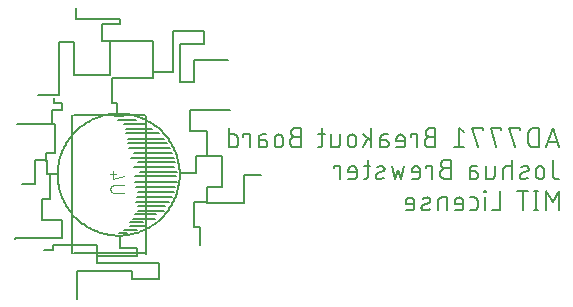
<source format=gbr>
G04 EAGLE Gerber RS-274X export*
G75*
%MOMM*%
%FSLAX34Y34*%
%LPD*%
%INSilkscreen Bottom*%
%IPPOS*%
%AMOC8*
5,1,8,0,0,1.08239X$1,22.5*%
G01*
%ADD10C,0.152400*%
%ADD11C,0.101600*%


D10*
X583946Y244856D02*
X578527Y261112D01*
X573109Y244856D01*
X574463Y248920D02*
X582591Y248920D01*
X566891Y244856D02*
X566891Y261112D01*
X562375Y261112D01*
X562244Y261110D01*
X562112Y261104D01*
X561981Y261095D01*
X561851Y261081D01*
X561720Y261064D01*
X561591Y261043D01*
X561462Y261019D01*
X561334Y260990D01*
X561206Y260958D01*
X561080Y260922D01*
X560955Y260883D01*
X560830Y260840D01*
X560708Y260793D01*
X560586Y260743D01*
X560466Y260689D01*
X560348Y260632D01*
X560232Y260571D01*
X560117Y260507D01*
X560004Y260440D01*
X559893Y260369D01*
X559785Y260295D01*
X559678Y260218D01*
X559574Y260138D01*
X559472Y260055D01*
X559373Y259970D01*
X559276Y259881D01*
X559182Y259789D01*
X559090Y259695D01*
X559001Y259598D01*
X558916Y259499D01*
X558833Y259397D01*
X558753Y259293D01*
X558676Y259186D01*
X558602Y259078D01*
X558531Y258967D01*
X558464Y258854D01*
X558400Y258739D01*
X558339Y258623D01*
X558282Y258505D01*
X558228Y258385D01*
X558178Y258263D01*
X558131Y258141D01*
X558088Y258016D01*
X558049Y257891D01*
X558013Y257765D01*
X557981Y257637D01*
X557952Y257509D01*
X557928Y257380D01*
X557907Y257251D01*
X557890Y257120D01*
X557876Y256990D01*
X557867Y256859D01*
X557861Y256727D01*
X557859Y256596D01*
X557860Y256596D02*
X557860Y249372D01*
X557859Y249372D02*
X557861Y249241D01*
X557867Y249109D01*
X557876Y248978D01*
X557890Y248848D01*
X557907Y248717D01*
X557928Y248588D01*
X557952Y248459D01*
X557981Y248331D01*
X558013Y248203D01*
X558049Y248077D01*
X558088Y247952D01*
X558131Y247827D01*
X558178Y247705D01*
X558228Y247583D01*
X558282Y247463D01*
X558339Y247345D01*
X558400Y247229D01*
X558464Y247114D01*
X558531Y247001D01*
X558602Y246890D01*
X558676Y246782D01*
X558753Y246675D01*
X558833Y246571D01*
X558916Y246469D01*
X559001Y246370D01*
X559090Y246273D01*
X559182Y246179D01*
X559276Y246087D01*
X559373Y245998D01*
X559472Y245913D01*
X559574Y245830D01*
X559678Y245750D01*
X559785Y245673D01*
X559893Y245599D01*
X560004Y245528D01*
X560117Y245461D01*
X560232Y245397D01*
X560348Y245336D01*
X560466Y245279D01*
X560586Y245225D01*
X560708Y245175D01*
X560830Y245128D01*
X560955Y245085D01*
X561080Y245046D01*
X561206Y245010D01*
X561334Y244978D01*
X561462Y244949D01*
X561591Y244925D01*
X561720Y244904D01*
X561851Y244887D01*
X561981Y244873D01*
X562112Y244864D01*
X562244Y244858D01*
X562375Y244856D01*
X566891Y244856D01*
X550738Y259306D02*
X550738Y261112D01*
X541707Y261112D01*
X546223Y244856D01*
X535107Y259306D02*
X535107Y261112D01*
X526076Y261112D01*
X530592Y244856D01*
X519476Y259306D02*
X519476Y261112D01*
X510445Y261112D01*
X514960Y244856D01*
X503845Y257500D02*
X499329Y261112D01*
X499329Y244856D01*
X494814Y244856D02*
X503845Y244856D01*
X479145Y253887D02*
X474629Y253887D01*
X474629Y253888D02*
X474496Y253886D01*
X474364Y253880D01*
X474232Y253870D01*
X474100Y253857D01*
X473968Y253839D01*
X473838Y253818D01*
X473707Y253793D01*
X473578Y253764D01*
X473450Y253731D01*
X473322Y253695D01*
X473196Y253655D01*
X473071Y253611D01*
X472947Y253563D01*
X472825Y253512D01*
X472704Y253457D01*
X472585Y253399D01*
X472467Y253337D01*
X472352Y253272D01*
X472238Y253203D01*
X472127Y253132D01*
X472018Y253056D01*
X471911Y252978D01*
X471806Y252897D01*
X471704Y252812D01*
X471604Y252725D01*
X471507Y252635D01*
X471412Y252542D01*
X471321Y252446D01*
X471232Y252348D01*
X471146Y252247D01*
X471063Y252143D01*
X470983Y252037D01*
X470907Y251929D01*
X470833Y251819D01*
X470763Y251706D01*
X470696Y251592D01*
X470633Y251475D01*
X470573Y251357D01*
X470516Y251237D01*
X470463Y251115D01*
X470414Y250992D01*
X470368Y250868D01*
X470326Y250742D01*
X470288Y250615D01*
X470253Y250487D01*
X470222Y250358D01*
X470195Y250229D01*
X470172Y250098D01*
X470152Y249967D01*
X470137Y249835D01*
X470125Y249703D01*
X470117Y249571D01*
X470113Y249438D01*
X470113Y249306D01*
X470117Y249173D01*
X470125Y249041D01*
X470137Y248909D01*
X470152Y248777D01*
X470172Y248646D01*
X470195Y248515D01*
X470222Y248386D01*
X470253Y248257D01*
X470288Y248129D01*
X470326Y248002D01*
X470368Y247876D01*
X470414Y247752D01*
X470463Y247629D01*
X470516Y247507D01*
X470573Y247387D01*
X470633Y247269D01*
X470696Y247152D01*
X470763Y247038D01*
X470833Y246925D01*
X470907Y246815D01*
X470983Y246707D01*
X471063Y246601D01*
X471146Y246497D01*
X471232Y246396D01*
X471321Y246298D01*
X471412Y246202D01*
X471507Y246109D01*
X471604Y246019D01*
X471704Y245932D01*
X471806Y245847D01*
X471911Y245766D01*
X472018Y245688D01*
X472127Y245612D01*
X472238Y245541D01*
X472352Y245472D01*
X472467Y245407D01*
X472585Y245345D01*
X472704Y245287D01*
X472825Y245232D01*
X472947Y245181D01*
X473071Y245133D01*
X473196Y245089D01*
X473322Y245049D01*
X473450Y245013D01*
X473578Y244980D01*
X473707Y244951D01*
X473838Y244926D01*
X473968Y244905D01*
X474100Y244887D01*
X474232Y244874D01*
X474364Y244864D01*
X474496Y244858D01*
X474629Y244856D01*
X479145Y244856D01*
X479145Y261112D01*
X474629Y261112D01*
X474510Y261110D01*
X474390Y261104D01*
X474271Y261094D01*
X474153Y261080D01*
X474034Y261063D01*
X473917Y261041D01*
X473800Y261016D01*
X473685Y260986D01*
X473570Y260953D01*
X473456Y260916D01*
X473344Y260876D01*
X473233Y260831D01*
X473124Y260783D01*
X473016Y260732D01*
X472910Y260677D01*
X472806Y260618D01*
X472704Y260556D01*
X472604Y260491D01*
X472506Y260422D01*
X472410Y260350D01*
X472317Y260275D01*
X472227Y260198D01*
X472139Y260117D01*
X472054Y260033D01*
X471972Y259946D01*
X471892Y259857D01*
X471816Y259765D01*
X471742Y259671D01*
X471672Y259574D01*
X471605Y259476D01*
X471541Y259375D01*
X471481Y259271D01*
X471424Y259166D01*
X471371Y259059D01*
X471321Y258951D01*
X471275Y258841D01*
X471233Y258729D01*
X471194Y258616D01*
X471159Y258502D01*
X471128Y258387D01*
X471100Y258270D01*
X471077Y258153D01*
X471057Y258036D01*
X471041Y257917D01*
X471029Y257798D01*
X471021Y257679D01*
X471017Y257560D01*
X471017Y257440D01*
X471021Y257321D01*
X471029Y257202D01*
X471041Y257083D01*
X471057Y256964D01*
X471077Y256847D01*
X471100Y256730D01*
X471128Y256613D01*
X471159Y256498D01*
X471194Y256384D01*
X471233Y256271D01*
X471275Y256159D01*
X471321Y256049D01*
X471371Y255941D01*
X471424Y255834D01*
X471481Y255729D01*
X471541Y255625D01*
X471605Y255524D01*
X471672Y255426D01*
X471742Y255329D01*
X471816Y255235D01*
X471892Y255143D01*
X471972Y255054D01*
X472054Y254967D01*
X472139Y254883D01*
X472227Y254802D01*
X472317Y254725D01*
X472410Y254650D01*
X472506Y254578D01*
X472604Y254509D01*
X472704Y254444D01*
X472806Y254382D01*
X472910Y254323D01*
X473016Y254268D01*
X473124Y254217D01*
X473233Y254169D01*
X473344Y254124D01*
X473456Y254084D01*
X473570Y254047D01*
X473685Y254014D01*
X473800Y253984D01*
X473917Y253959D01*
X474034Y253937D01*
X474153Y253920D01*
X474271Y253906D01*
X474390Y253896D01*
X474510Y253890D01*
X474629Y253888D01*
X463779Y255693D02*
X463779Y244856D01*
X463779Y255693D02*
X458360Y255693D01*
X458360Y253887D01*
X450733Y244856D02*
X446218Y244856D01*
X450733Y244856D02*
X450834Y244858D01*
X450935Y244864D01*
X451036Y244873D01*
X451137Y244886D01*
X451237Y244903D01*
X451336Y244924D01*
X451434Y244948D01*
X451531Y244976D01*
X451628Y245008D01*
X451723Y245043D01*
X451816Y245082D01*
X451908Y245124D01*
X451999Y245170D01*
X452088Y245219D01*
X452174Y245271D01*
X452259Y245327D01*
X452342Y245385D01*
X452422Y245447D01*
X452500Y245512D01*
X452576Y245579D01*
X452649Y245649D01*
X452719Y245722D01*
X452786Y245798D01*
X452851Y245876D01*
X452913Y245956D01*
X452971Y246039D01*
X453027Y246124D01*
X453079Y246210D01*
X453128Y246299D01*
X453174Y246390D01*
X453216Y246482D01*
X453255Y246575D01*
X453290Y246670D01*
X453322Y246767D01*
X453350Y246864D01*
X453374Y246962D01*
X453395Y247061D01*
X453412Y247161D01*
X453425Y247262D01*
X453434Y247363D01*
X453440Y247464D01*
X453442Y247565D01*
X453443Y247565D02*
X453443Y252081D01*
X453442Y252081D02*
X453440Y252200D01*
X453434Y252320D01*
X453424Y252439D01*
X453410Y252557D01*
X453393Y252676D01*
X453371Y252793D01*
X453346Y252910D01*
X453316Y253025D01*
X453283Y253140D01*
X453246Y253254D01*
X453206Y253366D01*
X453161Y253477D01*
X453113Y253586D01*
X453062Y253694D01*
X453007Y253800D01*
X452948Y253904D01*
X452886Y254006D01*
X452821Y254106D01*
X452752Y254204D01*
X452680Y254300D01*
X452605Y254393D01*
X452528Y254483D01*
X452447Y254571D01*
X452363Y254656D01*
X452276Y254738D01*
X452187Y254818D01*
X452095Y254894D01*
X452001Y254968D01*
X451904Y255038D01*
X451806Y255105D01*
X451705Y255169D01*
X451601Y255229D01*
X451496Y255286D01*
X451389Y255339D01*
X451281Y255389D01*
X451171Y255435D01*
X451059Y255477D01*
X450946Y255516D01*
X450832Y255551D01*
X450717Y255582D01*
X450600Y255610D01*
X450483Y255633D01*
X450366Y255653D01*
X450247Y255669D01*
X450128Y255681D01*
X450009Y255689D01*
X449890Y255693D01*
X449770Y255693D01*
X449651Y255689D01*
X449532Y255681D01*
X449413Y255669D01*
X449294Y255653D01*
X449177Y255633D01*
X449060Y255610D01*
X448943Y255582D01*
X448828Y255551D01*
X448714Y255516D01*
X448601Y255477D01*
X448489Y255435D01*
X448379Y255389D01*
X448271Y255339D01*
X448164Y255286D01*
X448059Y255229D01*
X447955Y255169D01*
X447854Y255105D01*
X447756Y255038D01*
X447659Y254968D01*
X447565Y254894D01*
X447473Y254818D01*
X447384Y254738D01*
X447297Y254656D01*
X447213Y254571D01*
X447132Y254483D01*
X447055Y254393D01*
X446980Y254300D01*
X446908Y254204D01*
X446839Y254106D01*
X446774Y254006D01*
X446712Y253904D01*
X446653Y253800D01*
X446598Y253694D01*
X446547Y253586D01*
X446499Y253477D01*
X446454Y253366D01*
X446414Y253254D01*
X446377Y253140D01*
X446344Y253025D01*
X446314Y252910D01*
X446289Y252793D01*
X446267Y252676D01*
X446250Y252557D01*
X446236Y252439D01*
X446226Y252320D01*
X446220Y252200D01*
X446218Y252081D01*
X446218Y250275D01*
X453443Y250275D01*
X436808Y251178D02*
X432744Y251178D01*
X436808Y251178D02*
X436920Y251176D01*
X437031Y251170D01*
X437142Y251160D01*
X437253Y251147D01*
X437363Y251129D01*
X437472Y251107D01*
X437581Y251082D01*
X437689Y251053D01*
X437795Y251020D01*
X437901Y250983D01*
X438005Y250943D01*
X438107Y250899D01*
X438208Y250851D01*
X438307Y250800D01*
X438405Y250745D01*
X438500Y250687D01*
X438593Y250626D01*
X438684Y250561D01*
X438773Y250493D01*
X438859Y250422D01*
X438942Y250349D01*
X439023Y250272D01*
X439102Y250192D01*
X439177Y250110D01*
X439249Y250025D01*
X439319Y249938D01*
X439385Y249848D01*
X439448Y249756D01*
X439508Y249661D01*
X439564Y249565D01*
X439617Y249467D01*
X439666Y249367D01*
X439712Y249265D01*
X439754Y249162D01*
X439793Y249057D01*
X439828Y248951D01*
X439859Y248844D01*
X439886Y248736D01*
X439910Y248627D01*
X439929Y248517D01*
X439945Y248407D01*
X439957Y248296D01*
X439965Y248184D01*
X439969Y248073D01*
X439969Y247961D01*
X439965Y247850D01*
X439957Y247738D01*
X439945Y247627D01*
X439929Y247517D01*
X439910Y247407D01*
X439886Y247298D01*
X439859Y247190D01*
X439828Y247083D01*
X439793Y246977D01*
X439754Y246872D01*
X439712Y246769D01*
X439666Y246667D01*
X439617Y246567D01*
X439564Y246469D01*
X439508Y246373D01*
X439448Y246278D01*
X439385Y246186D01*
X439319Y246096D01*
X439249Y246009D01*
X439177Y245924D01*
X439102Y245842D01*
X439023Y245762D01*
X438942Y245685D01*
X438859Y245612D01*
X438773Y245541D01*
X438684Y245473D01*
X438593Y245408D01*
X438500Y245347D01*
X438405Y245289D01*
X438307Y245234D01*
X438208Y245183D01*
X438107Y245135D01*
X438005Y245091D01*
X437901Y245051D01*
X437795Y245014D01*
X437689Y244981D01*
X437581Y244952D01*
X437472Y244927D01*
X437363Y244905D01*
X437253Y244887D01*
X437142Y244874D01*
X437031Y244864D01*
X436920Y244858D01*
X436808Y244856D01*
X432744Y244856D01*
X432744Y252984D01*
X432746Y253085D01*
X432752Y253186D01*
X432761Y253287D01*
X432774Y253388D01*
X432791Y253488D01*
X432812Y253587D01*
X432836Y253685D01*
X432864Y253782D01*
X432896Y253879D01*
X432931Y253974D01*
X432970Y254067D01*
X433012Y254159D01*
X433058Y254250D01*
X433107Y254339D01*
X433159Y254425D01*
X433215Y254510D01*
X433273Y254593D01*
X433335Y254673D01*
X433400Y254751D01*
X433467Y254827D01*
X433537Y254900D01*
X433610Y254970D01*
X433686Y255037D01*
X433764Y255102D01*
X433844Y255164D01*
X433927Y255222D01*
X434012Y255278D01*
X434099Y255330D01*
X434187Y255379D01*
X434278Y255425D01*
X434370Y255467D01*
X434463Y255506D01*
X434558Y255541D01*
X434655Y255573D01*
X434752Y255601D01*
X434850Y255625D01*
X434949Y255646D01*
X435049Y255663D01*
X435150Y255676D01*
X435251Y255685D01*
X435352Y255691D01*
X435453Y255693D01*
X439066Y255693D01*
X425138Y261112D02*
X425138Y244856D01*
X425138Y250275D02*
X417913Y255693D01*
X421977Y252532D02*
X417913Y244856D01*
X412280Y248468D02*
X412280Y252081D01*
X412278Y252200D01*
X412272Y252320D01*
X412262Y252439D01*
X412248Y252557D01*
X412231Y252676D01*
X412209Y252793D01*
X412184Y252910D01*
X412154Y253025D01*
X412121Y253140D01*
X412084Y253254D01*
X412044Y253366D01*
X411999Y253477D01*
X411951Y253586D01*
X411900Y253694D01*
X411845Y253800D01*
X411786Y253904D01*
X411724Y254006D01*
X411659Y254106D01*
X411590Y254204D01*
X411518Y254300D01*
X411443Y254393D01*
X411366Y254483D01*
X411285Y254571D01*
X411201Y254656D01*
X411114Y254738D01*
X411025Y254818D01*
X410933Y254894D01*
X410839Y254968D01*
X410742Y255038D01*
X410644Y255105D01*
X410543Y255169D01*
X410439Y255229D01*
X410334Y255286D01*
X410227Y255339D01*
X410119Y255389D01*
X410009Y255435D01*
X409897Y255477D01*
X409784Y255516D01*
X409670Y255551D01*
X409555Y255582D01*
X409438Y255610D01*
X409321Y255633D01*
X409204Y255653D01*
X409085Y255669D01*
X408966Y255681D01*
X408847Y255689D01*
X408728Y255693D01*
X408608Y255693D01*
X408489Y255689D01*
X408370Y255681D01*
X408251Y255669D01*
X408132Y255653D01*
X408015Y255633D01*
X407898Y255610D01*
X407781Y255582D01*
X407666Y255551D01*
X407552Y255516D01*
X407439Y255477D01*
X407327Y255435D01*
X407217Y255389D01*
X407109Y255339D01*
X407002Y255286D01*
X406897Y255229D01*
X406793Y255169D01*
X406692Y255105D01*
X406594Y255038D01*
X406497Y254968D01*
X406403Y254894D01*
X406311Y254818D01*
X406222Y254738D01*
X406135Y254656D01*
X406051Y254571D01*
X405970Y254483D01*
X405893Y254393D01*
X405818Y254300D01*
X405746Y254204D01*
X405677Y254106D01*
X405612Y254006D01*
X405550Y253904D01*
X405491Y253800D01*
X405436Y253694D01*
X405385Y253586D01*
X405337Y253477D01*
X405292Y253366D01*
X405252Y253254D01*
X405215Y253140D01*
X405182Y253025D01*
X405152Y252910D01*
X405127Y252793D01*
X405105Y252676D01*
X405088Y252557D01*
X405074Y252439D01*
X405064Y252320D01*
X405058Y252200D01*
X405056Y252081D01*
X405056Y248468D01*
X405058Y248349D01*
X405064Y248229D01*
X405074Y248110D01*
X405088Y247992D01*
X405105Y247873D01*
X405127Y247756D01*
X405152Y247639D01*
X405182Y247524D01*
X405215Y247409D01*
X405252Y247295D01*
X405292Y247183D01*
X405337Y247072D01*
X405385Y246963D01*
X405436Y246855D01*
X405491Y246749D01*
X405550Y246645D01*
X405612Y246543D01*
X405677Y246443D01*
X405746Y246345D01*
X405818Y246249D01*
X405893Y246156D01*
X405970Y246066D01*
X406051Y245978D01*
X406135Y245893D01*
X406222Y245811D01*
X406311Y245731D01*
X406403Y245655D01*
X406497Y245581D01*
X406594Y245511D01*
X406692Y245444D01*
X406793Y245380D01*
X406897Y245320D01*
X407002Y245263D01*
X407109Y245210D01*
X407217Y245160D01*
X407327Y245114D01*
X407439Y245072D01*
X407552Y245033D01*
X407666Y244998D01*
X407781Y244967D01*
X407898Y244939D01*
X408015Y244916D01*
X408132Y244896D01*
X408251Y244880D01*
X408370Y244868D01*
X408489Y244860D01*
X408608Y244856D01*
X408728Y244856D01*
X408847Y244860D01*
X408966Y244868D01*
X409085Y244880D01*
X409204Y244896D01*
X409321Y244916D01*
X409438Y244939D01*
X409555Y244967D01*
X409670Y244998D01*
X409784Y245033D01*
X409897Y245072D01*
X410009Y245114D01*
X410119Y245160D01*
X410227Y245210D01*
X410334Y245263D01*
X410439Y245320D01*
X410543Y245380D01*
X410644Y245444D01*
X410742Y245511D01*
X410839Y245581D01*
X410933Y245655D01*
X411025Y245731D01*
X411114Y245811D01*
X411201Y245893D01*
X411285Y245978D01*
X411366Y246066D01*
X411443Y246156D01*
X411518Y246249D01*
X411590Y246345D01*
X411659Y246443D01*
X411724Y246543D01*
X411786Y246645D01*
X411845Y246749D01*
X411900Y246855D01*
X411951Y246963D01*
X411999Y247072D01*
X412044Y247183D01*
X412084Y247295D01*
X412121Y247409D01*
X412154Y247524D01*
X412184Y247639D01*
X412209Y247756D01*
X412231Y247873D01*
X412248Y247992D01*
X412262Y248110D01*
X412272Y248229D01*
X412278Y248349D01*
X412280Y248468D01*
X398212Y247565D02*
X398212Y255693D01*
X398212Y247565D02*
X398210Y247464D01*
X398204Y247363D01*
X398195Y247262D01*
X398182Y247161D01*
X398165Y247061D01*
X398144Y246962D01*
X398120Y246864D01*
X398092Y246767D01*
X398060Y246670D01*
X398025Y246575D01*
X397986Y246482D01*
X397944Y246390D01*
X397898Y246299D01*
X397849Y246210D01*
X397797Y246124D01*
X397741Y246039D01*
X397683Y245956D01*
X397621Y245876D01*
X397556Y245798D01*
X397489Y245722D01*
X397419Y245649D01*
X397346Y245579D01*
X397270Y245512D01*
X397192Y245447D01*
X397112Y245385D01*
X397029Y245327D01*
X396944Y245271D01*
X396858Y245219D01*
X396769Y245170D01*
X396678Y245124D01*
X396586Y245082D01*
X396493Y245043D01*
X396398Y245008D01*
X396301Y244976D01*
X396204Y244948D01*
X396106Y244924D01*
X396007Y244903D01*
X395907Y244886D01*
X395806Y244873D01*
X395705Y244864D01*
X395604Y244858D01*
X395503Y244856D01*
X390988Y244856D01*
X390988Y255693D01*
X385442Y255693D02*
X380023Y255693D01*
X383635Y261112D02*
X383635Y247565D01*
X383633Y247464D01*
X383627Y247363D01*
X383618Y247262D01*
X383605Y247161D01*
X383588Y247061D01*
X383567Y246962D01*
X383543Y246864D01*
X383515Y246767D01*
X383483Y246670D01*
X383448Y246575D01*
X383409Y246482D01*
X383367Y246390D01*
X383321Y246299D01*
X383272Y246210D01*
X383220Y246124D01*
X383164Y246039D01*
X383106Y245956D01*
X383044Y245876D01*
X382979Y245798D01*
X382912Y245722D01*
X382842Y245649D01*
X382769Y245579D01*
X382693Y245512D01*
X382615Y245447D01*
X382535Y245385D01*
X382452Y245327D01*
X382367Y245271D01*
X382281Y245219D01*
X382192Y245170D01*
X382101Y245124D01*
X382009Y245082D01*
X381916Y245043D01*
X381821Y245008D01*
X381724Y244976D01*
X381627Y244948D01*
X381529Y244924D01*
X381430Y244903D01*
X381330Y244886D01*
X381229Y244873D01*
X381128Y244864D01*
X381027Y244858D01*
X380926Y244856D01*
X380023Y244856D01*
X365037Y253887D02*
X360521Y253887D01*
X360521Y253888D02*
X360388Y253886D01*
X360256Y253880D01*
X360124Y253870D01*
X359992Y253857D01*
X359860Y253839D01*
X359730Y253818D01*
X359599Y253793D01*
X359470Y253764D01*
X359342Y253731D01*
X359214Y253695D01*
X359088Y253655D01*
X358963Y253611D01*
X358839Y253563D01*
X358717Y253512D01*
X358596Y253457D01*
X358477Y253399D01*
X358359Y253337D01*
X358244Y253272D01*
X358130Y253203D01*
X358019Y253132D01*
X357910Y253056D01*
X357803Y252978D01*
X357698Y252897D01*
X357596Y252812D01*
X357496Y252725D01*
X357399Y252635D01*
X357304Y252542D01*
X357213Y252446D01*
X357124Y252348D01*
X357038Y252247D01*
X356955Y252143D01*
X356875Y252037D01*
X356799Y251929D01*
X356725Y251819D01*
X356655Y251706D01*
X356588Y251592D01*
X356525Y251475D01*
X356465Y251357D01*
X356408Y251237D01*
X356355Y251115D01*
X356306Y250992D01*
X356260Y250868D01*
X356218Y250742D01*
X356180Y250615D01*
X356145Y250487D01*
X356114Y250358D01*
X356087Y250229D01*
X356064Y250098D01*
X356044Y249967D01*
X356029Y249835D01*
X356017Y249703D01*
X356009Y249571D01*
X356005Y249438D01*
X356005Y249306D01*
X356009Y249173D01*
X356017Y249041D01*
X356029Y248909D01*
X356044Y248777D01*
X356064Y248646D01*
X356087Y248515D01*
X356114Y248386D01*
X356145Y248257D01*
X356180Y248129D01*
X356218Y248002D01*
X356260Y247876D01*
X356306Y247752D01*
X356355Y247629D01*
X356408Y247507D01*
X356465Y247387D01*
X356525Y247269D01*
X356588Y247152D01*
X356655Y247038D01*
X356725Y246925D01*
X356799Y246815D01*
X356875Y246707D01*
X356955Y246601D01*
X357038Y246497D01*
X357124Y246396D01*
X357213Y246298D01*
X357304Y246202D01*
X357399Y246109D01*
X357496Y246019D01*
X357596Y245932D01*
X357698Y245847D01*
X357803Y245766D01*
X357910Y245688D01*
X358019Y245612D01*
X358130Y245541D01*
X358244Y245472D01*
X358359Y245407D01*
X358477Y245345D01*
X358596Y245287D01*
X358717Y245232D01*
X358839Y245181D01*
X358963Y245133D01*
X359088Y245089D01*
X359214Y245049D01*
X359342Y245013D01*
X359470Y244980D01*
X359599Y244951D01*
X359730Y244926D01*
X359860Y244905D01*
X359992Y244887D01*
X360124Y244874D01*
X360256Y244864D01*
X360388Y244858D01*
X360521Y244856D01*
X365037Y244856D01*
X365037Y261112D01*
X360521Y261112D01*
X360402Y261110D01*
X360282Y261104D01*
X360163Y261094D01*
X360045Y261080D01*
X359926Y261063D01*
X359809Y261041D01*
X359692Y261016D01*
X359577Y260986D01*
X359462Y260953D01*
X359348Y260916D01*
X359236Y260876D01*
X359125Y260831D01*
X359016Y260783D01*
X358908Y260732D01*
X358802Y260677D01*
X358698Y260618D01*
X358596Y260556D01*
X358496Y260491D01*
X358398Y260422D01*
X358302Y260350D01*
X358209Y260275D01*
X358119Y260198D01*
X358031Y260117D01*
X357946Y260033D01*
X357864Y259946D01*
X357784Y259857D01*
X357708Y259765D01*
X357634Y259671D01*
X357564Y259574D01*
X357497Y259476D01*
X357433Y259375D01*
X357373Y259271D01*
X357316Y259166D01*
X357263Y259059D01*
X357213Y258951D01*
X357167Y258841D01*
X357125Y258729D01*
X357086Y258616D01*
X357051Y258502D01*
X357020Y258387D01*
X356992Y258270D01*
X356969Y258153D01*
X356949Y258036D01*
X356933Y257917D01*
X356921Y257798D01*
X356913Y257679D01*
X356909Y257560D01*
X356909Y257440D01*
X356913Y257321D01*
X356921Y257202D01*
X356933Y257083D01*
X356949Y256964D01*
X356969Y256847D01*
X356992Y256730D01*
X357020Y256613D01*
X357051Y256498D01*
X357086Y256384D01*
X357125Y256271D01*
X357167Y256159D01*
X357213Y256049D01*
X357263Y255941D01*
X357316Y255834D01*
X357373Y255729D01*
X357433Y255625D01*
X357497Y255524D01*
X357564Y255426D01*
X357634Y255329D01*
X357708Y255235D01*
X357784Y255143D01*
X357864Y255054D01*
X357946Y254967D01*
X358031Y254883D01*
X358119Y254802D01*
X358209Y254725D01*
X358302Y254650D01*
X358398Y254578D01*
X358496Y254509D01*
X358596Y254444D01*
X358698Y254382D01*
X358802Y254323D01*
X358908Y254268D01*
X359016Y254217D01*
X359125Y254169D01*
X359236Y254124D01*
X359348Y254084D01*
X359462Y254047D01*
X359577Y254014D01*
X359692Y253984D01*
X359809Y253959D01*
X359926Y253937D01*
X360045Y253920D01*
X360163Y253906D01*
X360282Y253896D01*
X360402Y253890D01*
X360521Y253888D01*
X350277Y252081D02*
X350277Y248468D01*
X350276Y252081D02*
X350274Y252200D01*
X350268Y252320D01*
X350258Y252439D01*
X350244Y252557D01*
X350227Y252676D01*
X350205Y252793D01*
X350180Y252910D01*
X350150Y253025D01*
X350117Y253140D01*
X350080Y253254D01*
X350040Y253366D01*
X349995Y253477D01*
X349947Y253586D01*
X349896Y253694D01*
X349841Y253800D01*
X349782Y253904D01*
X349720Y254006D01*
X349655Y254106D01*
X349586Y254204D01*
X349514Y254300D01*
X349439Y254393D01*
X349362Y254483D01*
X349281Y254571D01*
X349197Y254656D01*
X349110Y254738D01*
X349021Y254818D01*
X348929Y254894D01*
X348835Y254968D01*
X348738Y255038D01*
X348640Y255105D01*
X348539Y255169D01*
X348435Y255229D01*
X348330Y255286D01*
X348223Y255339D01*
X348115Y255389D01*
X348005Y255435D01*
X347893Y255477D01*
X347780Y255516D01*
X347666Y255551D01*
X347551Y255582D01*
X347434Y255610D01*
X347317Y255633D01*
X347200Y255653D01*
X347081Y255669D01*
X346962Y255681D01*
X346843Y255689D01*
X346724Y255693D01*
X346604Y255693D01*
X346485Y255689D01*
X346366Y255681D01*
X346247Y255669D01*
X346128Y255653D01*
X346011Y255633D01*
X345894Y255610D01*
X345777Y255582D01*
X345662Y255551D01*
X345548Y255516D01*
X345435Y255477D01*
X345323Y255435D01*
X345213Y255389D01*
X345105Y255339D01*
X344998Y255286D01*
X344893Y255229D01*
X344789Y255169D01*
X344688Y255105D01*
X344590Y255038D01*
X344493Y254968D01*
X344399Y254894D01*
X344307Y254818D01*
X344218Y254738D01*
X344131Y254656D01*
X344047Y254571D01*
X343966Y254483D01*
X343889Y254393D01*
X343814Y254300D01*
X343742Y254204D01*
X343673Y254106D01*
X343608Y254006D01*
X343546Y253904D01*
X343487Y253800D01*
X343432Y253694D01*
X343381Y253586D01*
X343333Y253477D01*
X343288Y253366D01*
X343248Y253254D01*
X343211Y253140D01*
X343178Y253025D01*
X343148Y252910D01*
X343123Y252793D01*
X343101Y252676D01*
X343084Y252557D01*
X343070Y252439D01*
X343060Y252320D01*
X343054Y252200D01*
X343052Y252081D01*
X343052Y248468D01*
X343054Y248349D01*
X343060Y248229D01*
X343070Y248110D01*
X343084Y247992D01*
X343101Y247873D01*
X343123Y247756D01*
X343148Y247639D01*
X343178Y247524D01*
X343211Y247409D01*
X343248Y247295D01*
X343288Y247183D01*
X343333Y247072D01*
X343381Y246963D01*
X343432Y246855D01*
X343487Y246749D01*
X343546Y246645D01*
X343608Y246543D01*
X343673Y246443D01*
X343742Y246345D01*
X343814Y246249D01*
X343889Y246156D01*
X343966Y246066D01*
X344047Y245978D01*
X344131Y245893D01*
X344218Y245811D01*
X344307Y245731D01*
X344399Y245655D01*
X344493Y245581D01*
X344590Y245511D01*
X344688Y245444D01*
X344789Y245380D01*
X344893Y245320D01*
X344998Y245263D01*
X345105Y245210D01*
X345213Y245160D01*
X345323Y245114D01*
X345435Y245072D01*
X345548Y245033D01*
X345662Y244998D01*
X345777Y244967D01*
X345894Y244939D01*
X346011Y244916D01*
X346128Y244896D01*
X346247Y244880D01*
X346366Y244868D01*
X346485Y244860D01*
X346604Y244856D01*
X346724Y244856D01*
X346843Y244860D01*
X346962Y244868D01*
X347081Y244880D01*
X347200Y244896D01*
X347317Y244916D01*
X347434Y244939D01*
X347551Y244967D01*
X347666Y244998D01*
X347780Y245033D01*
X347893Y245072D01*
X348005Y245114D01*
X348115Y245160D01*
X348223Y245210D01*
X348330Y245263D01*
X348435Y245320D01*
X348539Y245380D01*
X348640Y245444D01*
X348738Y245511D01*
X348835Y245581D01*
X348929Y245655D01*
X349021Y245731D01*
X349110Y245811D01*
X349197Y245893D01*
X349281Y245978D01*
X349362Y246066D01*
X349439Y246156D01*
X349514Y246249D01*
X349586Y246345D01*
X349655Y246443D01*
X349720Y246543D01*
X349782Y246645D01*
X349841Y246749D01*
X349896Y246855D01*
X349947Y246963D01*
X349995Y247072D01*
X350040Y247183D01*
X350080Y247295D01*
X350117Y247409D01*
X350150Y247524D01*
X350180Y247639D01*
X350205Y247756D01*
X350227Y247873D01*
X350244Y247992D01*
X350258Y248110D01*
X350268Y248229D01*
X350274Y248349D01*
X350276Y248468D01*
X333642Y251178D02*
X329578Y251178D01*
X333642Y251178D02*
X333754Y251176D01*
X333865Y251170D01*
X333976Y251160D01*
X334087Y251147D01*
X334197Y251129D01*
X334306Y251107D01*
X334415Y251082D01*
X334523Y251053D01*
X334629Y251020D01*
X334735Y250983D01*
X334839Y250943D01*
X334941Y250899D01*
X335042Y250851D01*
X335141Y250800D01*
X335239Y250745D01*
X335334Y250687D01*
X335427Y250626D01*
X335518Y250561D01*
X335607Y250493D01*
X335693Y250422D01*
X335776Y250349D01*
X335857Y250272D01*
X335936Y250192D01*
X336011Y250110D01*
X336083Y250025D01*
X336153Y249938D01*
X336219Y249848D01*
X336282Y249756D01*
X336342Y249661D01*
X336398Y249565D01*
X336451Y249467D01*
X336500Y249367D01*
X336546Y249265D01*
X336588Y249162D01*
X336627Y249057D01*
X336662Y248951D01*
X336693Y248844D01*
X336720Y248736D01*
X336744Y248627D01*
X336763Y248517D01*
X336779Y248407D01*
X336791Y248296D01*
X336799Y248184D01*
X336803Y248073D01*
X336803Y247961D01*
X336799Y247850D01*
X336791Y247738D01*
X336779Y247627D01*
X336763Y247517D01*
X336744Y247407D01*
X336720Y247298D01*
X336693Y247190D01*
X336662Y247083D01*
X336627Y246977D01*
X336588Y246872D01*
X336546Y246769D01*
X336500Y246667D01*
X336451Y246567D01*
X336398Y246469D01*
X336342Y246373D01*
X336282Y246278D01*
X336219Y246186D01*
X336153Y246096D01*
X336083Y246009D01*
X336011Y245924D01*
X335936Y245842D01*
X335857Y245762D01*
X335776Y245685D01*
X335693Y245612D01*
X335607Y245541D01*
X335518Y245473D01*
X335427Y245408D01*
X335334Y245347D01*
X335239Y245289D01*
X335141Y245234D01*
X335042Y245183D01*
X334941Y245135D01*
X334839Y245091D01*
X334735Y245051D01*
X334629Y245014D01*
X334523Y244981D01*
X334415Y244952D01*
X334306Y244927D01*
X334197Y244905D01*
X334087Y244887D01*
X333976Y244874D01*
X333865Y244864D01*
X333754Y244858D01*
X333642Y244856D01*
X329578Y244856D01*
X329578Y252984D01*
X329580Y253085D01*
X329586Y253186D01*
X329595Y253287D01*
X329608Y253388D01*
X329625Y253488D01*
X329646Y253587D01*
X329670Y253685D01*
X329698Y253782D01*
X329730Y253879D01*
X329765Y253974D01*
X329804Y254067D01*
X329846Y254159D01*
X329892Y254250D01*
X329941Y254339D01*
X329993Y254425D01*
X330049Y254510D01*
X330107Y254593D01*
X330169Y254673D01*
X330234Y254751D01*
X330301Y254827D01*
X330371Y254900D01*
X330444Y254970D01*
X330520Y255037D01*
X330598Y255102D01*
X330678Y255164D01*
X330761Y255222D01*
X330846Y255278D01*
X330933Y255330D01*
X331021Y255379D01*
X331112Y255425D01*
X331204Y255467D01*
X331297Y255506D01*
X331392Y255541D01*
X331489Y255573D01*
X331586Y255601D01*
X331684Y255625D01*
X331783Y255646D01*
X331883Y255663D01*
X331984Y255676D01*
X332085Y255685D01*
X332186Y255691D01*
X332287Y255693D01*
X335900Y255693D01*
X322056Y255693D02*
X322056Y244856D01*
X322056Y255693D02*
X316637Y255693D01*
X316637Y253887D01*
X304568Y261112D02*
X304568Y244856D01*
X309084Y244856D01*
X309185Y244858D01*
X309286Y244864D01*
X309387Y244873D01*
X309488Y244886D01*
X309588Y244903D01*
X309687Y244924D01*
X309785Y244948D01*
X309882Y244976D01*
X309979Y245008D01*
X310074Y245043D01*
X310167Y245082D01*
X310259Y245124D01*
X310350Y245170D01*
X310439Y245219D01*
X310525Y245271D01*
X310610Y245327D01*
X310693Y245385D01*
X310773Y245447D01*
X310851Y245512D01*
X310927Y245579D01*
X311000Y245649D01*
X311070Y245722D01*
X311137Y245798D01*
X311202Y245876D01*
X311264Y245956D01*
X311322Y246039D01*
X311378Y246124D01*
X311430Y246210D01*
X311479Y246299D01*
X311525Y246390D01*
X311567Y246482D01*
X311606Y246575D01*
X311641Y246670D01*
X311673Y246767D01*
X311701Y246864D01*
X311725Y246962D01*
X311746Y247061D01*
X311763Y247161D01*
X311776Y247262D01*
X311785Y247363D01*
X311791Y247464D01*
X311793Y247565D01*
X311793Y252984D01*
X311791Y253085D01*
X311785Y253186D01*
X311776Y253287D01*
X311763Y253388D01*
X311746Y253488D01*
X311725Y253587D01*
X311701Y253685D01*
X311673Y253782D01*
X311641Y253879D01*
X311606Y253974D01*
X311567Y254067D01*
X311525Y254159D01*
X311479Y254250D01*
X311430Y254339D01*
X311378Y254425D01*
X311322Y254510D01*
X311264Y254593D01*
X311202Y254673D01*
X311137Y254751D01*
X311070Y254827D01*
X311000Y254900D01*
X310927Y254970D01*
X310851Y255037D01*
X310773Y255102D01*
X310693Y255164D01*
X310610Y255222D01*
X310525Y255278D01*
X310439Y255330D01*
X310350Y255379D01*
X310259Y255425D01*
X310167Y255467D01*
X310074Y255506D01*
X309979Y255541D01*
X309882Y255573D01*
X309785Y255601D01*
X309687Y255625D01*
X309588Y255646D01*
X309488Y255663D01*
X309387Y255676D01*
X309286Y255685D01*
X309185Y255691D01*
X309084Y255693D01*
X304568Y255693D01*
X578527Y234442D02*
X578527Y221798D01*
X578528Y221798D02*
X578530Y221680D01*
X578536Y221562D01*
X578545Y221444D01*
X578559Y221327D01*
X578576Y221210D01*
X578597Y221093D01*
X578622Y220978D01*
X578651Y220863D01*
X578684Y220749D01*
X578720Y220637D01*
X578760Y220526D01*
X578803Y220416D01*
X578850Y220307D01*
X578900Y220200D01*
X578955Y220095D01*
X579012Y219992D01*
X579073Y219891D01*
X579137Y219791D01*
X579204Y219694D01*
X579274Y219599D01*
X579348Y219507D01*
X579424Y219416D01*
X579504Y219329D01*
X579586Y219244D01*
X579671Y219162D01*
X579758Y219082D01*
X579849Y219006D01*
X579941Y218932D01*
X580036Y218862D01*
X580133Y218795D01*
X580233Y218731D01*
X580334Y218670D01*
X580437Y218613D01*
X580542Y218558D01*
X580649Y218508D01*
X580758Y218461D01*
X580868Y218418D01*
X580979Y218378D01*
X581091Y218342D01*
X581205Y218309D01*
X581320Y218280D01*
X581435Y218255D01*
X581552Y218234D01*
X581669Y218217D01*
X581786Y218203D01*
X581904Y218194D01*
X582022Y218188D01*
X582140Y218186D01*
X583946Y218186D01*
X571599Y221798D02*
X571599Y225411D01*
X571597Y225530D01*
X571591Y225650D01*
X571581Y225769D01*
X571567Y225887D01*
X571550Y226006D01*
X571528Y226123D01*
X571503Y226240D01*
X571473Y226355D01*
X571440Y226470D01*
X571403Y226584D01*
X571363Y226696D01*
X571318Y226807D01*
X571270Y226916D01*
X571219Y227024D01*
X571164Y227130D01*
X571105Y227234D01*
X571043Y227336D01*
X570978Y227436D01*
X570909Y227534D01*
X570837Y227630D01*
X570762Y227723D01*
X570685Y227813D01*
X570604Y227901D01*
X570520Y227986D01*
X570433Y228068D01*
X570344Y228148D01*
X570252Y228224D01*
X570158Y228298D01*
X570061Y228368D01*
X569963Y228435D01*
X569862Y228499D01*
X569758Y228559D01*
X569653Y228616D01*
X569546Y228669D01*
X569438Y228719D01*
X569328Y228765D01*
X569216Y228807D01*
X569103Y228846D01*
X568989Y228881D01*
X568874Y228912D01*
X568757Y228940D01*
X568640Y228963D01*
X568523Y228983D01*
X568404Y228999D01*
X568285Y229011D01*
X568166Y229019D01*
X568047Y229023D01*
X567927Y229023D01*
X567808Y229019D01*
X567689Y229011D01*
X567570Y228999D01*
X567451Y228983D01*
X567334Y228963D01*
X567217Y228940D01*
X567100Y228912D01*
X566985Y228881D01*
X566871Y228846D01*
X566758Y228807D01*
X566646Y228765D01*
X566536Y228719D01*
X566428Y228669D01*
X566321Y228616D01*
X566216Y228559D01*
X566112Y228499D01*
X566011Y228435D01*
X565913Y228368D01*
X565816Y228298D01*
X565722Y228224D01*
X565630Y228148D01*
X565541Y228068D01*
X565454Y227986D01*
X565370Y227901D01*
X565289Y227813D01*
X565212Y227723D01*
X565137Y227630D01*
X565065Y227534D01*
X564996Y227436D01*
X564931Y227336D01*
X564869Y227234D01*
X564810Y227130D01*
X564755Y227024D01*
X564704Y226916D01*
X564656Y226807D01*
X564611Y226696D01*
X564571Y226584D01*
X564534Y226470D01*
X564501Y226355D01*
X564471Y226240D01*
X564446Y226123D01*
X564424Y226006D01*
X564407Y225887D01*
X564393Y225769D01*
X564383Y225650D01*
X564377Y225530D01*
X564375Y225411D01*
X564374Y225411D02*
X564374Y221798D01*
X564375Y221798D02*
X564377Y221679D01*
X564383Y221559D01*
X564393Y221440D01*
X564407Y221322D01*
X564424Y221203D01*
X564446Y221086D01*
X564471Y220969D01*
X564501Y220854D01*
X564534Y220739D01*
X564571Y220625D01*
X564611Y220513D01*
X564656Y220402D01*
X564704Y220293D01*
X564755Y220185D01*
X564810Y220079D01*
X564869Y219975D01*
X564931Y219873D01*
X564996Y219773D01*
X565065Y219675D01*
X565137Y219579D01*
X565212Y219486D01*
X565289Y219396D01*
X565370Y219308D01*
X565454Y219223D01*
X565541Y219141D01*
X565630Y219061D01*
X565722Y218985D01*
X565816Y218911D01*
X565913Y218841D01*
X566011Y218774D01*
X566112Y218710D01*
X566216Y218650D01*
X566321Y218593D01*
X566428Y218540D01*
X566536Y218490D01*
X566646Y218444D01*
X566758Y218402D01*
X566871Y218363D01*
X566985Y218328D01*
X567100Y218297D01*
X567217Y218269D01*
X567334Y218246D01*
X567451Y218226D01*
X567570Y218210D01*
X567689Y218198D01*
X567808Y218190D01*
X567927Y218186D01*
X568047Y218186D01*
X568166Y218190D01*
X568285Y218198D01*
X568404Y218210D01*
X568523Y218226D01*
X568640Y218246D01*
X568757Y218269D01*
X568874Y218297D01*
X568989Y218328D01*
X569103Y218363D01*
X569216Y218402D01*
X569328Y218444D01*
X569438Y218490D01*
X569546Y218540D01*
X569653Y218593D01*
X569758Y218650D01*
X569862Y218710D01*
X569963Y218774D01*
X570061Y218841D01*
X570158Y218911D01*
X570252Y218985D01*
X570344Y219061D01*
X570433Y219141D01*
X570520Y219223D01*
X570604Y219308D01*
X570685Y219396D01*
X570762Y219486D01*
X570837Y219579D01*
X570909Y219675D01*
X570978Y219773D01*
X571043Y219873D01*
X571105Y219975D01*
X571164Y220079D01*
X571219Y220185D01*
X571270Y220293D01*
X571318Y220402D01*
X571363Y220513D01*
X571403Y220625D01*
X571440Y220739D01*
X571473Y220854D01*
X571503Y220969D01*
X571528Y221086D01*
X571550Y221203D01*
X571567Y221322D01*
X571581Y221440D01*
X571591Y221559D01*
X571597Y221679D01*
X571599Y221798D01*
X556698Y224508D02*
X552182Y222702D01*
X556698Y224508D02*
X556786Y224545D01*
X556872Y224586D01*
X556957Y224630D01*
X557040Y224678D01*
X557120Y224729D01*
X557199Y224783D01*
X557275Y224841D01*
X557349Y224901D01*
X557421Y224965D01*
X557489Y225031D01*
X557555Y225101D01*
X557618Y225172D01*
X557679Y225247D01*
X557736Y225323D01*
X557789Y225402D01*
X557840Y225483D01*
X557887Y225566D01*
X557931Y225651D01*
X557971Y225738D01*
X558008Y225826D01*
X558041Y225916D01*
X558071Y226007D01*
X558096Y226099D01*
X558118Y226192D01*
X558136Y226286D01*
X558151Y226380D01*
X558161Y226475D01*
X558167Y226571D01*
X558170Y226666D01*
X558169Y226762D01*
X558163Y226857D01*
X558154Y226953D01*
X558141Y227047D01*
X558125Y227141D01*
X558104Y227235D01*
X558079Y227327D01*
X558051Y227418D01*
X558019Y227508D01*
X557984Y227597D01*
X557945Y227684D01*
X557902Y227770D01*
X557856Y227854D01*
X557806Y227935D01*
X557754Y228015D01*
X557698Y228093D01*
X557638Y228168D01*
X557576Y228240D01*
X557511Y228310D01*
X557443Y228378D01*
X557373Y228442D01*
X557300Y228504D01*
X557224Y228562D01*
X557146Y228618D01*
X557066Y228670D01*
X556984Y228719D01*
X556900Y228764D01*
X556814Y228806D01*
X556727Y228845D01*
X556638Y228880D01*
X556547Y228911D01*
X556456Y228938D01*
X556363Y228962D01*
X556270Y228982D01*
X556176Y228998D01*
X556081Y229010D01*
X555986Y229019D01*
X555890Y229023D01*
X555795Y229024D01*
X555548Y229017D01*
X555302Y229005D01*
X555056Y228987D01*
X554810Y228962D01*
X554566Y228932D01*
X554322Y228896D01*
X554079Y228855D01*
X553837Y228807D01*
X553596Y228753D01*
X553357Y228694D01*
X553119Y228629D01*
X552883Y228558D01*
X552648Y228482D01*
X552415Y228400D01*
X552185Y228312D01*
X551957Y228219D01*
X551730Y228121D01*
X552182Y222701D02*
X552094Y222664D01*
X552008Y222623D01*
X551923Y222579D01*
X551840Y222531D01*
X551760Y222480D01*
X551681Y222426D01*
X551605Y222368D01*
X551531Y222308D01*
X551459Y222244D01*
X551391Y222178D01*
X551325Y222108D01*
X551262Y222037D01*
X551201Y221962D01*
X551144Y221886D01*
X551091Y221807D01*
X551040Y221726D01*
X550993Y221643D01*
X550949Y221558D01*
X550909Y221471D01*
X550872Y221383D01*
X550839Y221293D01*
X550809Y221202D01*
X550784Y221110D01*
X550762Y221017D01*
X550744Y220923D01*
X550729Y220829D01*
X550719Y220734D01*
X550713Y220638D01*
X550710Y220543D01*
X550711Y220447D01*
X550717Y220352D01*
X550726Y220256D01*
X550739Y220162D01*
X550755Y220068D01*
X550776Y219974D01*
X550801Y219882D01*
X550829Y219791D01*
X550861Y219701D01*
X550896Y219612D01*
X550935Y219525D01*
X550978Y219439D01*
X551024Y219355D01*
X551074Y219274D01*
X551126Y219194D01*
X551182Y219116D01*
X551242Y219041D01*
X551304Y218969D01*
X551369Y218899D01*
X551437Y218831D01*
X551507Y218767D01*
X551580Y218705D01*
X551656Y218647D01*
X551734Y218591D01*
X551814Y218539D01*
X551896Y218490D01*
X551980Y218445D01*
X552066Y218403D01*
X552153Y218364D01*
X552242Y218329D01*
X552333Y218298D01*
X552424Y218271D01*
X552517Y218247D01*
X552610Y218227D01*
X552704Y218211D01*
X552799Y218199D01*
X552894Y218190D01*
X552990Y218186D01*
X553085Y218185D01*
X553085Y218186D02*
X553447Y218195D01*
X553809Y218213D01*
X554170Y218240D01*
X554530Y218275D01*
X554890Y218318D01*
X555249Y218370D01*
X555606Y218431D01*
X555961Y218500D01*
X556315Y218577D01*
X556667Y218663D01*
X557017Y218757D01*
X557365Y218860D01*
X557710Y218970D01*
X558052Y219089D01*
X543984Y218186D02*
X543984Y234442D01*
X543984Y229023D02*
X539469Y229023D01*
X539365Y229021D01*
X539262Y229015D01*
X539158Y229005D01*
X539055Y228991D01*
X538953Y228973D01*
X538852Y228952D01*
X538751Y228926D01*
X538652Y228897D01*
X538553Y228864D01*
X538456Y228827D01*
X538361Y228786D01*
X538267Y228742D01*
X538175Y228694D01*
X538085Y228643D01*
X537996Y228588D01*
X537910Y228530D01*
X537827Y228468D01*
X537745Y228404D01*
X537667Y228336D01*
X537591Y228266D01*
X537517Y228193D01*
X537447Y228116D01*
X537379Y228038D01*
X537315Y227956D01*
X537253Y227873D01*
X537195Y227787D01*
X537140Y227698D01*
X537089Y227608D01*
X537041Y227516D01*
X536997Y227422D01*
X536956Y227327D01*
X536919Y227230D01*
X536886Y227131D01*
X536857Y227032D01*
X536831Y226931D01*
X536810Y226830D01*
X536792Y226728D01*
X536778Y226625D01*
X536768Y226521D01*
X536762Y226418D01*
X536760Y226314D01*
X536759Y226314D02*
X536759Y218186D01*
X529395Y220895D02*
X529395Y229023D01*
X529395Y220895D02*
X529393Y220794D01*
X529387Y220693D01*
X529378Y220592D01*
X529365Y220491D01*
X529348Y220391D01*
X529327Y220292D01*
X529303Y220194D01*
X529275Y220097D01*
X529243Y220000D01*
X529208Y219905D01*
X529169Y219812D01*
X529127Y219720D01*
X529081Y219629D01*
X529032Y219540D01*
X528980Y219454D01*
X528924Y219369D01*
X528866Y219286D01*
X528804Y219206D01*
X528739Y219128D01*
X528672Y219052D01*
X528602Y218979D01*
X528529Y218909D01*
X528453Y218842D01*
X528375Y218777D01*
X528295Y218715D01*
X528212Y218657D01*
X528127Y218601D01*
X528041Y218549D01*
X527952Y218500D01*
X527861Y218454D01*
X527769Y218412D01*
X527676Y218373D01*
X527581Y218338D01*
X527484Y218306D01*
X527387Y218278D01*
X527289Y218254D01*
X527190Y218233D01*
X527090Y218216D01*
X526989Y218203D01*
X526888Y218194D01*
X526787Y218188D01*
X526686Y218186D01*
X522170Y218186D01*
X522170Y229023D01*
X512239Y224508D02*
X508175Y224508D01*
X512239Y224508D02*
X512351Y224506D01*
X512462Y224500D01*
X512573Y224490D01*
X512684Y224477D01*
X512794Y224459D01*
X512903Y224437D01*
X513012Y224412D01*
X513120Y224383D01*
X513226Y224350D01*
X513332Y224313D01*
X513436Y224273D01*
X513538Y224229D01*
X513639Y224181D01*
X513738Y224130D01*
X513836Y224075D01*
X513931Y224017D01*
X514024Y223956D01*
X514115Y223891D01*
X514204Y223823D01*
X514290Y223752D01*
X514373Y223679D01*
X514454Y223602D01*
X514533Y223522D01*
X514608Y223440D01*
X514680Y223355D01*
X514750Y223268D01*
X514816Y223178D01*
X514879Y223086D01*
X514939Y222991D01*
X514995Y222895D01*
X515048Y222797D01*
X515097Y222697D01*
X515143Y222595D01*
X515185Y222492D01*
X515224Y222387D01*
X515259Y222281D01*
X515290Y222174D01*
X515317Y222066D01*
X515341Y221957D01*
X515360Y221847D01*
X515376Y221737D01*
X515388Y221626D01*
X515396Y221514D01*
X515400Y221403D01*
X515400Y221291D01*
X515396Y221180D01*
X515388Y221068D01*
X515376Y220957D01*
X515360Y220847D01*
X515341Y220737D01*
X515317Y220628D01*
X515290Y220520D01*
X515259Y220413D01*
X515224Y220307D01*
X515185Y220202D01*
X515143Y220099D01*
X515097Y219997D01*
X515048Y219897D01*
X514995Y219799D01*
X514939Y219703D01*
X514879Y219608D01*
X514816Y219516D01*
X514750Y219426D01*
X514680Y219339D01*
X514608Y219254D01*
X514533Y219172D01*
X514454Y219092D01*
X514373Y219015D01*
X514290Y218942D01*
X514204Y218871D01*
X514115Y218803D01*
X514024Y218738D01*
X513931Y218677D01*
X513836Y218619D01*
X513738Y218564D01*
X513639Y218513D01*
X513538Y218465D01*
X513436Y218421D01*
X513332Y218381D01*
X513226Y218344D01*
X513120Y218311D01*
X513012Y218282D01*
X512903Y218257D01*
X512794Y218235D01*
X512684Y218217D01*
X512573Y218204D01*
X512462Y218194D01*
X512351Y218188D01*
X512239Y218186D01*
X508175Y218186D01*
X508175Y226314D01*
X508176Y226314D02*
X508178Y226415D01*
X508184Y226516D01*
X508193Y226617D01*
X508206Y226718D01*
X508223Y226818D01*
X508244Y226917D01*
X508268Y227015D01*
X508296Y227112D01*
X508328Y227209D01*
X508363Y227304D01*
X508402Y227397D01*
X508444Y227489D01*
X508490Y227580D01*
X508539Y227669D01*
X508591Y227755D01*
X508647Y227840D01*
X508705Y227923D01*
X508767Y228003D01*
X508832Y228081D01*
X508899Y228157D01*
X508969Y228230D01*
X509042Y228300D01*
X509118Y228367D01*
X509196Y228432D01*
X509276Y228494D01*
X509359Y228552D01*
X509444Y228608D01*
X509531Y228660D01*
X509619Y228709D01*
X509710Y228755D01*
X509802Y228797D01*
X509895Y228836D01*
X509990Y228871D01*
X510087Y228903D01*
X510184Y228931D01*
X510282Y228955D01*
X510381Y228976D01*
X510481Y228993D01*
X510582Y229006D01*
X510683Y229015D01*
X510784Y229021D01*
X510885Y229023D01*
X514497Y229023D01*
X492051Y227217D02*
X487536Y227217D01*
X487536Y227218D02*
X487403Y227216D01*
X487271Y227210D01*
X487139Y227200D01*
X487007Y227187D01*
X486875Y227169D01*
X486745Y227148D01*
X486614Y227123D01*
X486485Y227094D01*
X486357Y227061D01*
X486229Y227025D01*
X486103Y226985D01*
X485978Y226941D01*
X485854Y226893D01*
X485732Y226842D01*
X485611Y226787D01*
X485492Y226729D01*
X485374Y226667D01*
X485259Y226602D01*
X485145Y226533D01*
X485034Y226462D01*
X484925Y226386D01*
X484818Y226308D01*
X484713Y226227D01*
X484611Y226142D01*
X484511Y226055D01*
X484414Y225965D01*
X484319Y225872D01*
X484228Y225776D01*
X484139Y225678D01*
X484053Y225577D01*
X483970Y225473D01*
X483890Y225367D01*
X483814Y225259D01*
X483740Y225149D01*
X483670Y225036D01*
X483603Y224922D01*
X483540Y224805D01*
X483480Y224687D01*
X483423Y224567D01*
X483370Y224445D01*
X483321Y224322D01*
X483275Y224198D01*
X483233Y224072D01*
X483195Y223945D01*
X483160Y223817D01*
X483129Y223688D01*
X483102Y223559D01*
X483079Y223428D01*
X483059Y223297D01*
X483044Y223165D01*
X483032Y223033D01*
X483024Y222901D01*
X483020Y222768D01*
X483020Y222636D01*
X483024Y222503D01*
X483032Y222371D01*
X483044Y222239D01*
X483059Y222107D01*
X483079Y221976D01*
X483102Y221845D01*
X483129Y221716D01*
X483160Y221587D01*
X483195Y221459D01*
X483233Y221332D01*
X483275Y221206D01*
X483321Y221082D01*
X483370Y220959D01*
X483423Y220837D01*
X483480Y220717D01*
X483540Y220599D01*
X483603Y220482D01*
X483670Y220368D01*
X483740Y220255D01*
X483814Y220145D01*
X483890Y220037D01*
X483970Y219931D01*
X484053Y219827D01*
X484139Y219726D01*
X484228Y219628D01*
X484319Y219532D01*
X484414Y219439D01*
X484511Y219349D01*
X484611Y219262D01*
X484713Y219177D01*
X484818Y219096D01*
X484925Y219018D01*
X485034Y218942D01*
X485145Y218871D01*
X485259Y218802D01*
X485374Y218737D01*
X485492Y218675D01*
X485611Y218617D01*
X485732Y218562D01*
X485854Y218511D01*
X485978Y218463D01*
X486103Y218419D01*
X486229Y218379D01*
X486357Y218343D01*
X486485Y218310D01*
X486614Y218281D01*
X486745Y218256D01*
X486875Y218235D01*
X487007Y218217D01*
X487139Y218204D01*
X487271Y218194D01*
X487403Y218188D01*
X487536Y218186D01*
X492051Y218186D01*
X492051Y234442D01*
X487536Y234442D01*
X487417Y234440D01*
X487297Y234434D01*
X487178Y234424D01*
X487060Y234410D01*
X486941Y234393D01*
X486824Y234371D01*
X486707Y234346D01*
X486592Y234316D01*
X486477Y234283D01*
X486363Y234246D01*
X486251Y234206D01*
X486140Y234161D01*
X486031Y234113D01*
X485923Y234062D01*
X485817Y234007D01*
X485713Y233948D01*
X485611Y233886D01*
X485511Y233821D01*
X485413Y233752D01*
X485317Y233680D01*
X485224Y233605D01*
X485134Y233528D01*
X485046Y233447D01*
X484961Y233363D01*
X484879Y233276D01*
X484799Y233187D01*
X484723Y233095D01*
X484649Y233001D01*
X484579Y232904D01*
X484512Y232806D01*
X484448Y232705D01*
X484388Y232601D01*
X484331Y232496D01*
X484278Y232389D01*
X484228Y232281D01*
X484182Y232171D01*
X484140Y232059D01*
X484101Y231946D01*
X484066Y231832D01*
X484035Y231717D01*
X484007Y231600D01*
X483984Y231483D01*
X483964Y231366D01*
X483948Y231247D01*
X483936Y231128D01*
X483928Y231009D01*
X483924Y230890D01*
X483924Y230770D01*
X483928Y230651D01*
X483936Y230532D01*
X483948Y230413D01*
X483964Y230294D01*
X483984Y230177D01*
X484007Y230060D01*
X484035Y229943D01*
X484066Y229828D01*
X484101Y229714D01*
X484140Y229601D01*
X484182Y229489D01*
X484228Y229379D01*
X484278Y229271D01*
X484331Y229164D01*
X484388Y229059D01*
X484448Y228955D01*
X484512Y228854D01*
X484579Y228756D01*
X484649Y228659D01*
X484723Y228565D01*
X484799Y228473D01*
X484879Y228384D01*
X484961Y228297D01*
X485046Y228213D01*
X485134Y228132D01*
X485224Y228055D01*
X485317Y227980D01*
X485413Y227908D01*
X485511Y227839D01*
X485611Y227774D01*
X485713Y227712D01*
X485817Y227653D01*
X485923Y227598D01*
X486031Y227547D01*
X486140Y227499D01*
X486251Y227454D01*
X486363Y227414D01*
X486477Y227377D01*
X486592Y227344D01*
X486707Y227314D01*
X486824Y227289D01*
X486941Y227267D01*
X487060Y227250D01*
X487178Y227236D01*
X487297Y227226D01*
X487417Y227220D01*
X487536Y227218D01*
X476685Y229023D02*
X476685Y218186D01*
X476685Y229023D02*
X471266Y229023D01*
X471266Y227217D01*
X463640Y218186D02*
X459124Y218186D01*
X463640Y218186D02*
X463741Y218188D01*
X463842Y218194D01*
X463943Y218203D01*
X464044Y218216D01*
X464144Y218233D01*
X464243Y218254D01*
X464341Y218278D01*
X464438Y218306D01*
X464535Y218338D01*
X464630Y218373D01*
X464723Y218412D01*
X464815Y218454D01*
X464906Y218500D01*
X464995Y218549D01*
X465081Y218601D01*
X465166Y218657D01*
X465249Y218715D01*
X465329Y218777D01*
X465407Y218842D01*
X465483Y218909D01*
X465556Y218979D01*
X465626Y219052D01*
X465693Y219128D01*
X465758Y219206D01*
X465820Y219286D01*
X465878Y219369D01*
X465934Y219454D01*
X465986Y219540D01*
X466035Y219629D01*
X466081Y219720D01*
X466123Y219812D01*
X466162Y219905D01*
X466197Y220000D01*
X466229Y220097D01*
X466257Y220194D01*
X466281Y220292D01*
X466302Y220391D01*
X466319Y220491D01*
X466332Y220592D01*
X466341Y220693D01*
X466347Y220794D01*
X466349Y220895D01*
X466349Y225411D01*
X466347Y225530D01*
X466341Y225650D01*
X466331Y225769D01*
X466317Y225887D01*
X466300Y226006D01*
X466278Y226123D01*
X466253Y226240D01*
X466223Y226355D01*
X466190Y226470D01*
X466153Y226584D01*
X466113Y226696D01*
X466068Y226807D01*
X466020Y226916D01*
X465969Y227024D01*
X465914Y227130D01*
X465855Y227234D01*
X465793Y227336D01*
X465728Y227436D01*
X465659Y227534D01*
X465587Y227630D01*
X465512Y227723D01*
X465435Y227813D01*
X465354Y227901D01*
X465270Y227986D01*
X465183Y228068D01*
X465094Y228148D01*
X465002Y228224D01*
X464908Y228298D01*
X464811Y228368D01*
X464713Y228435D01*
X464612Y228499D01*
X464508Y228559D01*
X464403Y228616D01*
X464296Y228669D01*
X464188Y228719D01*
X464078Y228765D01*
X463966Y228807D01*
X463853Y228846D01*
X463739Y228881D01*
X463624Y228912D01*
X463507Y228940D01*
X463390Y228963D01*
X463273Y228983D01*
X463154Y228999D01*
X463035Y229011D01*
X462916Y229019D01*
X462797Y229023D01*
X462677Y229023D01*
X462558Y229019D01*
X462439Y229011D01*
X462320Y228999D01*
X462201Y228983D01*
X462084Y228963D01*
X461967Y228940D01*
X461850Y228912D01*
X461735Y228881D01*
X461621Y228846D01*
X461508Y228807D01*
X461396Y228765D01*
X461286Y228719D01*
X461178Y228669D01*
X461071Y228616D01*
X460966Y228559D01*
X460862Y228499D01*
X460761Y228435D01*
X460663Y228368D01*
X460566Y228298D01*
X460472Y228224D01*
X460380Y228148D01*
X460291Y228068D01*
X460204Y227986D01*
X460120Y227901D01*
X460039Y227813D01*
X459962Y227723D01*
X459887Y227630D01*
X459815Y227534D01*
X459746Y227436D01*
X459681Y227336D01*
X459619Y227234D01*
X459560Y227130D01*
X459505Y227024D01*
X459454Y226916D01*
X459406Y226807D01*
X459361Y226696D01*
X459321Y226584D01*
X459284Y226470D01*
X459251Y226355D01*
X459221Y226240D01*
X459196Y226123D01*
X459174Y226006D01*
X459157Y225887D01*
X459143Y225769D01*
X459133Y225650D01*
X459127Y225530D01*
X459125Y225411D01*
X459124Y225411D02*
X459124Y223605D01*
X466349Y223605D01*
X453045Y229023D02*
X450336Y218186D01*
X447626Y225411D01*
X444917Y218186D01*
X442208Y229023D01*
X434774Y224508D02*
X430259Y222702D01*
X434774Y224508D02*
X434862Y224545D01*
X434948Y224586D01*
X435033Y224630D01*
X435116Y224678D01*
X435196Y224729D01*
X435275Y224783D01*
X435351Y224841D01*
X435425Y224901D01*
X435497Y224965D01*
X435565Y225031D01*
X435631Y225101D01*
X435694Y225172D01*
X435755Y225247D01*
X435812Y225323D01*
X435865Y225402D01*
X435916Y225483D01*
X435963Y225566D01*
X436007Y225651D01*
X436047Y225738D01*
X436084Y225826D01*
X436117Y225916D01*
X436147Y226007D01*
X436172Y226099D01*
X436194Y226192D01*
X436212Y226286D01*
X436227Y226380D01*
X436237Y226475D01*
X436243Y226571D01*
X436246Y226666D01*
X436245Y226762D01*
X436239Y226857D01*
X436230Y226953D01*
X436217Y227047D01*
X436201Y227141D01*
X436180Y227235D01*
X436155Y227327D01*
X436127Y227418D01*
X436095Y227508D01*
X436060Y227597D01*
X436021Y227684D01*
X435978Y227770D01*
X435932Y227854D01*
X435882Y227935D01*
X435830Y228015D01*
X435774Y228093D01*
X435714Y228168D01*
X435652Y228240D01*
X435587Y228310D01*
X435519Y228378D01*
X435449Y228442D01*
X435376Y228504D01*
X435300Y228562D01*
X435222Y228618D01*
X435142Y228670D01*
X435060Y228719D01*
X434976Y228764D01*
X434890Y228806D01*
X434803Y228845D01*
X434714Y228880D01*
X434623Y228911D01*
X434532Y228938D01*
X434439Y228962D01*
X434346Y228982D01*
X434252Y228998D01*
X434157Y229010D01*
X434062Y229019D01*
X433966Y229023D01*
X433871Y229024D01*
X433624Y229017D01*
X433378Y229005D01*
X433132Y228987D01*
X432886Y228962D01*
X432642Y228932D01*
X432398Y228896D01*
X432155Y228855D01*
X431913Y228807D01*
X431672Y228753D01*
X431433Y228694D01*
X431195Y228629D01*
X430959Y228558D01*
X430724Y228482D01*
X430491Y228400D01*
X430261Y228312D01*
X430033Y228219D01*
X429806Y228121D01*
X430258Y222701D02*
X430170Y222664D01*
X430084Y222623D01*
X429999Y222579D01*
X429916Y222531D01*
X429836Y222480D01*
X429757Y222426D01*
X429681Y222368D01*
X429607Y222308D01*
X429535Y222244D01*
X429467Y222178D01*
X429401Y222108D01*
X429338Y222037D01*
X429277Y221962D01*
X429220Y221886D01*
X429167Y221807D01*
X429116Y221726D01*
X429069Y221643D01*
X429025Y221558D01*
X428985Y221471D01*
X428948Y221383D01*
X428915Y221293D01*
X428885Y221202D01*
X428860Y221110D01*
X428838Y221017D01*
X428820Y220923D01*
X428805Y220829D01*
X428795Y220734D01*
X428789Y220638D01*
X428786Y220543D01*
X428787Y220447D01*
X428793Y220352D01*
X428802Y220256D01*
X428815Y220162D01*
X428831Y220068D01*
X428852Y219974D01*
X428877Y219882D01*
X428905Y219791D01*
X428937Y219701D01*
X428972Y219612D01*
X429011Y219525D01*
X429054Y219439D01*
X429100Y219355D01*
X429150Y219274D01*
X429202Y219194D01*
X429258Y219116D01*
X429318Y219041D01*
X429380Y218969D01*
X429445Y218899D01*
X429513Y218831D01*
X429583Y218767D01*
X429656Y218705D01*
X429732Y218647D01*
X429810Y218591D01*
X429890Y218539D01*
X429972Y218490D01*
X430056Y218445D01*
X430142Y218403D01*
X430229Y218364D01*
X430318Y218329D01*
X430409Y218298D01*
X430500Y218271D01*
X430593Y218247D01*
X430686Y218227D01*
X430780Y218211D01*
X430875Y218199D01*
X430970Y218190D01*
X431066Y218186D01*
X431161Y218185D01*
X431162Y218186D02*
X431524Y218195D01*
X431886Y218213D01*
X432247Y218240D01*
X432607Y218275D01*
X432967Y218318D01*
X433326Y218370D01*
X433683Y218431D01*
X434038Y218500D01*
X434392Y218577D01*
X434744Y218663D01*
X435094Y218757D01*
X435442Y218860D01*
X435787Y218970D01*
X436129Y219089D01*
X423879Y229023D02*
X418460Y229023D01*
X422073Y234442D02*
X422073Y220895D01*
X422072Y220895D02*
X422070Y220794D01*
X422064Y220693D01*
X422055Y220592D01*
X422042Y220491D01*
X422025Y220391D01*
X422004Y220292D01*
X421980Y220194D01*
X421952Y220097D01*
X421920Y220000D01*
X421885Y219905D01*
X421846Y219812D01*
X421804Y219720D01*
X421758Y219629D01*
X421709Y219540D01*
X421657Y219454D01*
X421601Y219369D01*
X421543Y219286D01*
X421481Y219206D01*
X421416Y219128D01*
X421349Y219052D01*
X421279Y218979D01*
X421206Y218909D01*
X421130Y218842D01*
X421052Y218777D01*
X420972Y218715D01*
X420889Y218657D01*
X420804Y218601D01*
X420718Y218549D01*
X420629Y218500D01*
X420538Y218454D01*
X420446Y218412D01*
X420353Y218373D01*
X420258Y218338D01*
X420161Y218306D01*
X420064Y218278D01*
X419966Y218254D01*
X419867Y218233D01*
X419767Y218216D01*
X419666Y218203D01*
X419565Y218194D01*
X419464Y218188D01*
X419363Y218186D01*
X418460Y218186D01*
X409973Y218186D02*
X405457Y218186D01*
X409973Y218186D02*
X410074Y218188D01*
X410175Y218194D01*
X410276Y218203D01*
X410377Y218216D01*
X410477Y218233D01*
X410576Y218254D01*
X410674Y218278D01*
X410771Y218306D01*
X410868Y218338D01*
X410963Y218373D01*
X411056Y218412D01*
X411148Y218454D01*
X411239Y218500D01*
X411328Y218549D01*
X411414Y218601D01*
X411499Y218657D01*
X411582Y218715D01*
X411662Y218777D01*
X411740Y218842D01*
X411816Y218909D01*
X411889Y218979D01*
X411959Y219052D01*
X412026Y219128D01*
X412091Y219206D01*
X412153Y219286D01*
X412211Y219369D01*
X412267Y219454D01*
X412319Y219540D01*
X412368Y219629D01*
X412414Y219720D01*
X412456Y219812D01*
X412495Y219905D01*
X412530Y220000D01*
X412562Y220097D01*
X412590Y220194D01*
X412614Y220292D01*
X412635Y220391D01*
X412652Y220491D01*
X412665Y220592D01*
X412674Y220693D01*
X412680Y220794D01*
X412682Y220895D01*
X412682Y225411D01*
X412681Y225411D02*
X412679Y225530D01*
X412673Y225650D01*
X412663Y225769D01*
X412649Y225887D01*
X412632Y226006D01*
X412610Y226123D01*
X412585Y226240D01*
X412555Y226355D01*
X412522Y226470D01*
X412485Y226584D01*
X412445Y226696D01*
X412400Y226807D01*
X412352Y226916D01*
X412301Y227024D01*
X412246Y227130D01*
X412187Y227234D01*
X412125Y227336D01*
X412060Y227436D01*
X411991Y227534D01*
X411919Y227630D01*
X411844Y227723D01*
X411767Y227813D01*
X411686Y227901D01*
X411602Y227986D01*
X411515Y228068D01*
X411426Y228148D01*
X411334Y228224D01*
X411240Y228298D01*
X411143Y228368D01*
X411045Y228435D01*
X410944Y228499D01*
X410840Y228559D01*
X410735Y228616D01*
X410628Y228669D01*
X410520Y228719D01*
X410410Y228765D01*
X410298Y228807D01*
X410185Y228846D01*
X410071Y228881D01*
X409956Y228912D01*
X409839Y228940D01*
X409722Y228963D01*
X409605Y228983D01*
X409486Y228999D01*
X409367Y229011D01*
X409248Y229019D01*
X409129Y229023D01*
X409009Y229023D01*
X408890Y229019D01*
X408771Y229011D01*
X408652Y228999D01*
X408533Y228983D01*
X408416Y228963D01*
X408299Y228940D01*
X408182Y228912D01*
X408067Y228881D01*
X407953Y228846D01*
X407840Y228807D01*
X407728Y228765D01*
X407618Y228719D01*
X407510Y228669D01*
X407403Y228616D01*
X407298Y228559D01*
X407194Y228499D01*
X407093Y228435D01*
X406995Y228368D01*
X406898Y228298D01*
X406804Y228224D01*
X406712Y228148D01*
X406623Y228068D01*
X406536Y227986D01*
X406452Y227901D01*
X406371Y227813D01*
X406294Y227723D01*
X406219Y227630D01*
X406147Y227534D01*
X406078Y227436D01*
X406013Y227336D01*
X405951Y227234D01*
X405892Y227130D01*
X405837Y227024D01*
X405786Y226916D01*
X405738Y226807D01*
X405693Y226696D01*
X405653Y226584D01*
X405616Y226470D01*
X405583Y226355D01*
X405553Y226240D01*
X405528Y226123D01*
X405506Y226006D01*
X405489Y225887D01*
X405475Y225769D01*
X405465Y225650D01*
X405459Y225530D01*
X405457Y225411D01*
X405457Y223605D01*
X412682Y223605D01*
X398529Y218186D02*
X398529Y229023D01*
X393110Y229023D01*
X393110Y227217D01*
X583946Y207772D02*
X583946Y191516D01*
X578527Y198741D02*
X583946Y207772D01*
X578527Y198741D02*
X573109Y207772D01*
X573109Y191516D01*
X564459Y191516D02*
X564459Y207772D01*
X566265Y191516D02*
X562653Y191516D01*
X562653Y207772D02*
X566265Y207772D01*
X552996Y207772D02*
X552996Y191516D01*
X557512Y207772D02*
X548481Y207772D01*
X534035Y207772D02*
X534035Y191516D01*
X526810Y191516D01*
X521213Y191516D02*
X521213Y202353D01*
X521664Y206869D02*
X521664Y207772D01*
X520761Y207772D01*
X520761Y206869D01*
X521664Y206869D01*
X512199Y191516D02*
X508586Y191516D01*
X512199Y191516D02*
X512300Y191518D01*
X512401Y191524D01*
X512502Y191533D01*
X512603Y191546D01*
X512703Y191563D01*
X512802Y191584D01*
X512900Y191608D01*
X512997Y191636D01*
X513094Y191668D01*
X513189Y191703D01*
X513282Y191742D01*
X513374Y191784D01*
X513465Y191830D01*
X513554Y191879D01*
X513640Y191931D01*
X513725Y191987D01*
X513808Y192045D01*
X513888Y192107D01*
X513966Y192172D01*
X514042Y192239D01*
X514115Y192309D01*
X514185Y192382D01*
X514252Y192458D01*
X514317Y192536D01*
X514379Y192616D01*
X514437Y192699D01*
X514493Y192784D01*
X514545Y192870D01*
X514594Y192959D01*
X514640Y193050D01*
X514682Y193142D01*
X514721Y193235D01*
X514756Y193330D01*
X514788Y193427D01*
X514816Y193524D01*
X514840Y193622D01*
X514861Y193721D01*
X514878Y193821D01*
X514891Y193922D01*
X514900Y194023D01*
X514906Y194124D01*
X514908Y194225D01*
X514908Y199644D01*
X514906Y199745D01*
X514900Y199846D01*
X514891Y199947D01*
X514878Y200048D01*
X514861Y200148D01*
X514840Y200247D01*
X514816Y200345D01*
X514788Y200442D01*
X514756Y200539D01*
X514721Y200634D01*
X514682Y200727D01*
X514640Y200819D01*
X514594Y200910D01*
X514545Y200999D01*
X514493Y201085D01*
X514437Y201170D01*
X514379Y201253D01*
X514317Y201333D01*
X514252Y201411D01*
X514185Y201487D01*
X514115Y201560D01*
X514042Y201630D01*
X513966Y201697D01*
X513888Y201762D01*
X513808Y201824D01*
X513725Y201882D01*
X513640Y201938D01*
X513554Y201990D01*
X513465Y202039D01*
X513374Y202085D01*
X513282Y202127D01*
X513189Y202166D01*
X513094Y202201D01*
X512997Y202233D01*
X512900Y202261D01*
X512802Y202285D01*
X512703Y202306D01*
X512603Y202323D01*
X512502Y202336D01*
X512401Y202345D01*
X512300Y202351D01*
X512199Y202353D01*
X508586Y202353D01*
X500232Y191516D02*
X495717Y191516D01*
X500232Y191516D02*
X500333Y191518D01*
X500434Y191524D01*
X500535Y191533D01*
X500636Y191546D01*
X500736Y191563D01*
X500835Y191584D01*
X500933Y191608D01*
X501030Y191636D01*
X501127Y191668D01*
X501222Y191703D01*
X501315Y191742D01*
X501407Y191784D01*
X501498Y191830D01*
X501587Y191879D01*
X501673Y191931D01*
X501758Y191987D01*
X501841Y192045D01*
X501921Y192107D01*
X501999Y192172D01*
X502075Y192239D01*
X502148Y192309D01*
X502218Y192382D01*
X502285Y192458D01*
X502350Y192536D01*
X502412Y192616D01*
X502470Y192699D01*
X502526Y192784D01*
X502578Y192870D01*
X502627Y192959D01*
X502673Y193050D01*
X502715Y193142D01*
X502754Y193235D01*
X502789Y193330D01*
X502821Y193427D01*
X502849Y193524D01*
X502873Y193622D01*
X502894Y193721D01*
X502911Y193821D01*
X502924Y193922D01*
X502933Y194023D01*
X502939Y194124D01*
X502941Y194225D01*
X502942Y194225D02*
X502942Y198741D01*
X502941Y198741D02*
X502939Y198860D01*
X502933Y198980D01*
X502923Y199099D01*
X502909Y199217D01*
X502892Y199336D01*
X502870Y199453D01*
X502845Y199570D01*
X502815Y199685D01*
X502782Y199800D01*
X502745Y199914D01*
X502705Y200026D01*
X502660Y200137D01*
X502612Y200246D01*
X502561Y200354D01*
X502506Y200460D01*
X502447Y200564D01*
X502385Y200666D01*
X502320Y200766D01*
X502251Y200864D01*
X502179Y200960D01*
X502104Y201053D01*
X502027Y201143D01*
X501946Y201231D01*
X501862Y201316D01*
X501775Y201398D01*
X501686Y201478D01*
X501594Y201554D01*
X501500Y201628D01*
X501403Y201698D01*
X501305Y201765D01*
X501204Y201829D01*
X501100Y201889D01*
X500995Y201946D01*
X500888Y201999D01*
X500780Y202049D01*
X500670Y202095D01*
X500558Y202137D01*
X500445Y202176D01*
X500331Y202211D01*
X500216Y202242D01*
X500099Y202270D01*
X499982Y202293D01*
X499865Y202313D01*
X499746Y202329D01*
X499627Y202341D01*
X499508Y202349D01*
X499389Y202353D01*
X499269Y202353D01*
X499150Y202349D01*
X499031Y202341D01*
X498912Y202329D01*
X498793Y202313D01*
X498676Y202293D01*
X498559Y202270D01*
X498442Y202242D01*
X498327Y202211D01*
X498213Y202176D01*
X498100Y202137D01*
X497988Y202095D01*
X497878Y202049D01*
X497770Y201999D01*
X497663Y201946D01*
X497558Y201889D01*
X497454Y201829D01*
X497353Y201765D01*
X497255Y201698D01*
X497158Y201628D01*
X497064Y201554D01*
X496972Y201478D01*
X496883Y201398D01*
X496796Y201316D01*
X496712Y201231D01*
X496631Y201143D01*
X496554Y201053D01*
X496479Y200960D01*
X496407Y200864D01*
X496338Y200766D01*
X496273Y200666D01*
X496211Y200564D01*
X496152Y200460D01*
X496097Y200354D01*
X496046Y200246D01*
X495998Y200137D01*
X495953Y200026D01*
X495913Y199914D01*
X495876Y199800D01*
X495843Y199685D01*
X495813Y199570D01*
X495788Y199453D01*
X495766Y199336D01*
X495749Y199217D01*
X495735Y199099D01*
X495725Y198980D01*
X495719Y198860D01*
X495717Y198741D01*
X495717Y196935D01*
X502942Y196935D01*
X488874Y191516D02*
X488874Y202353D01*
X484358Y202353D01*
X484254Y202351D01*
X484151Y202345D01*
X484047Y202335D01*
X483944Y202321D01*
X483842Y202303D01*
X483741Y202282D01*
X483640Y202256D01*
X483541Y202227D01*
X483442Y202194D01*
X483345Y202157D01*
X483250Y202116D01*
X483156Y202072D01*
X483064Y202024D01*
X482974Y201973D01*
X482885Y201918D01*
X482799Y201860D01*
X482716Y201798D01*
X482634Y201734D01*
X482556Y201666D01*
X482480Y201596D01*
X482406Y201523D01*
X482336Y201446D01*
X482268Y201368D01*
X482204Y201286D01*
X482142Y201203D01*
X482084Y201117D01*
X482029Y201028D01*
X481978Y200938D01*
X481930Y200846D01*
X481886Y200752D01*
X481845Y200657D01*
X481808Y200560D01*
X481775Y200461D01*
X481746Y200362D01*
X481720Y200261D01*
X481699Y200160D01*
X481681Y200058D01*
X481667Y199955D01*
X481657Y199851D01*
X481651Y199748D01*
X481649Y199644D01*
X481649Y191516D01*
X473451Y197838D02*
X468935Y196032D01*
X473451Y197838D02*
X473539Y197875D01*
X473625Y197916D01*
X473710Y197960D01*
X473793Y198008D01*
X473873Y198059D01*
X473952Y198113D01*
X474028Y198171D01*
X474102Y198231D01*
X474174Y198295D01*
X474242Y198361D01*
X474308Y198431D01*
X474371Y198502D01*
X474432Y198577D01*
X474489Y198653D01*
X474542Y198732D01*
X474593Y198813D01*
X474640Y198896D01*
X474684Y198981D01*
X474724Y199068D01*
X474761Y199156D01*
X474794Y199246D01*
X474824Y199337D01*
X474849Y199429D01*
X474871Y199522D01*
X474889Y199616D01*
X474904Y199710D01*
X474914Y199805D01*
X474920Y199901D01*
X474923Y199996D01*
X474922Y200092D01*
X474916Y200187D01*
X474907Y200283D01*
X474894Y200377D01*
X474878Y200471D01*
X474857Y200565D01*
X474832Y200657D01*
X474804Y200748D01*
X474772Y200838D01*
X474737Y200927D01*
X474698Y201014D01*
X474655Y201100D01*
X474609Y201184D01*
X474559Y201265D01*
X474507Y201345D01*
X474451Y201423D01*
X474391Y201498D01*
X474329Y201570D01*
X474264Y201640D01*
X474196Y201708D01*
X474126Y201772D01*
X474053Y201834D01*
X473977Y201892D01*
X473899Y201948D01*
X473819Y202000D01*
X473737Y202049D01*
X473653Y202094D01*
X473567Y202136D01*
X473480Y202175D01*
X473391Y202210D01*
X473300Y202241D01*
X473209Y202268D01*
X473116Y202292D01*
X473023Y202312D01*
X472929Y202328D01*
X472834Y202340D01*
X472739Y202349D01*
X472643Y202353D01*
X472548Y202354D01*
X472301Y202347D01*
X472055Y202335D01*
X471809Y202317D01*
X471563Y202292D01*
X471319Y202262D01*
X471075Y202226D01*
X470832Y202185D01*
X470590Y202137D01*
X470349Y202083D01*
X470110Y202024D01*
X469872Y201959D01*
X469636Y201888D01*
X469401Y201812D01*
X469168Y201730D01*
X468938Y201642D01*
X468710Y201549D01*
X468483Y201451D01*
X468935Y196031D02*
X468847Y195994D01*
X468761Y195953D01*
X468676Y195909D01*
X468593Y195861D01*
X468513Y195810D01*
X468434Y195756D01*
X468358Y195698D01*
X468284Y195638D01*
X468212Y195574D01*
X468144Y195508D01*
X468078Y195438D01*
X468015Y195367D01*
X467954Y195292D01*
X467897Y195216D01*
X467844Y195137D01*
X467793Y195056D01*
X467746Y194973D01*
X467702Y194888D01*
X467662Y194801D01*
X467625Y194713D01*
X467592Y194623D01*
X467562Y194532D01*
X467537Y194440D01*
X467515Y194347D01*
X467497Y194253D01*
X467482Y194159D01*
X467472Y194064D01*
X467466Y193968D01*
X467463Y193873D01*
X467464Y193777D01*
X467470Y193682D01*
X467479Y193586D01*
X467492Y193492D01*
X467508Y193398D01*
X467529Y193304D01*
X467554Y193212D01*
X467582Y193121D01*
X467614Y193031D01*
X467649Y192942D01*
X467688Y192855D01*
X467731Y192769D01*
X467777Y192685D01*
X467827Y192604D01*
X467879Y192524D01*
X467935Y192446D01*
X467995Y192371D01*
X468057Y192299D01*
X468122Y192229D01*
X468190Y192161D01*
X468260Y192097D01*
X468333Y192035D01*
X468409Y191977D01*
X468487Y191921D01*
X468567Y191869D01*
X468649Y191820D01*
X468733Y191775D01*
X468819Y191733D01*
X468906Y191694D01*
X468995Y191659D01*
X469086Y191628D01*
X469177Y191601D01*
X469270Y191577D01*
X469363Y191557D01*
X469457Y191541D01*
X469552Y191529D01*
X469647Y191520D01*
X469743Y191516D01*
X469838Y191515D01*
X469839Y191516D02*
X470201Y191525D01*
X470563Y191543D01*
X470924Y191570D01*
X471284Y191605D01*
X471644Y191648D01*
X472003Y191700D01*
X472360Y191761D01*
X472715Y191830D01*
X473069Y191907D01*
X473421Y191993D01*
X473771Y192087D01*
X474119Y192190D01*
X474464Y192300D01*
X474806Y192419D01*
X458549Y191516D02*
X454033Y191516D01*
X458549Y191516D02*
X458650Y191518D01*
X458751Y191524D01*
X458852Y191533D01*
X458953Y191546D01*
X459053Y191563D01*
X459152Y191584D01*
X459250Y191608D01*
X459347Y191636D01*
X459444Y191668D01*
X459539Y191703D01*
X459632Y191742D01*
X459724Y191784D01*
X459815Y191830D01*
X459904Y191879D01*
X459990Y191931D01*
X460075Y191987D01*
X460158Y192045D01*
X460238Y192107D01*
X460316Y192172D01*
X460392Y192239D01*
X460465Y192309D01*
X460535Y192382D01*
X460602Y192458D01*
X460667Y192536D01*
X460729Y192616D01*
X460787Y192699D01*
X460843Y192784D01*
X460895Y192870D01*
X460944Y192959D01*
X460990Y193050D01*
X461032Y193142D01*
X461071Y193235D01*
X461106Y193330D01*
X461138Y193427D01*
X461166Y193524D01*
X461190Y193622D01*
X461211Y193721D01*
X461228Y193821D01*
X461241Y193922D01*
X461250Y194023D01*
X461256Y194124D01*
X461258Y194225D01*
X461258Y198741D01*
X461256Y198860D01*
X461250Y198980D01*
X461240Y199099D01*
X461226Y199217D01*
X461209Y199336D01*
X461187Y199453D01*
X461162Y199570D01*
X461132Y199685D01*
X461099Y199800D01*
X461062Y199914D01*
X461022Y200026D01*
X460977Y200137D01*
X460929Y200246D01*
X460878Y200354D01*
X460823Y200460D01*
X460764Y200564D01*
X460702Y200666D01*
X460637Y200766D01*
X460568Y200864D01*
X460496Y200960D01*
X460421Y201053D01*
X460344Y201143D01*
X460263Y201231D01*
X460179Y201316D01*
X460092Y201398D01*
X460003Y201478D01*
X459911Y201554D01*
X459817Y201628D01*
X459720Y201698D01*
X459622Y201765D01*
X459521Y201829D01*
X459417Y201889D01*
X459312Y201946D01*
X459205Y201999D01*
X459097Y202049D01*
X458987Y202095D01*
X458875Y202137D01*
X458762Y202176D01*
X458648Y202211D01*
X458533Y202242D01*
X458416Y202270D01*
X458299Y202293D01*
X458182Y202313D01*
X458063Y202329D01*
X457944Y202341D01*
X457825Y202349D01*
X457706Y202353D01*
X457586Y202353D01*
X457467Y202349D01*
X457348Y202341D01*
X457229Y202329D01*
X457110Y202313D01*
X456993Y202293D01*
X456876Y202270D01*
X456759Y202242D01*
X456644Y202211D01*
X456530Y202176D01*
X456417Y202137D01*
X456305Y202095D01*
X456195Y202049D01*
X456087Y201999D01*
X455980Y201946D01*
X455875Y201889D01*
X455771Y201829D01*
X455670Y201765D01*
X455572Y201698D01*
X455475Y201628D01*
X455381Y201554D01*
X455289Y201478D01*
X455200Y201398D01*
X455113Y201316D01*
X455029Y201231D01*
X454948Y201143D01*
X454871Y201053D01*
X454796Y200960D01*
X454724Y200864D01*
X454655Y200766D01*
X454590Y200666D01*
X454528Y200564D01*
X454469Y200460D01*
X454414Y200354D01*
X454363Y200246D01*
X454315Y200137D01*
X454270Y200026D01*
X454230Y199914D01*
X454193Y199800D01*
X454160Y199685D01*
X454130Y199570D01*
X454105Y199453D01*
X454083Y199336D01*
X454066Y199217D01*
X454052Y199099D01*
X454042Y198980D01*
X454036Y198860D01*
X454034Y198741D01*
X454033Y198741D02*
X454033Y196935D01*
X461258Y196935D01*
X159426Y221742D02*
X159442Y223010D01*
X159488Y224276D01*
X159566Y225541D01*
X159675Y226804D01*
X159814Y228064D01*
X159985Y229320D01*
X160186Y230572D01*
X160418Y231818D01*
X160681Y233058D01*
X160974Y234291D01*
X161297Y235517D01*
X161650Y236735D01*
X162033Y237943D01*
X162445Y239142D01*
X162887Y240330D01*
X163357Y241507D01*
X163857Y242672D01*
X164385Y243824D01*
X164941Y244964D01*
X165525Y246089D01*
X166136Y247199D01*
X166774Y248294D01*
X167439Y249374D01*
X168130Y250436D01*
X168847Y251481D01*
X169590Y252509D01*
X170357Y253517D01*
X171150Y254507D01*
X171966Y255477D01*
X172805Y256427D01*
X173668Y257355D01*
X174553Y258263D01*
X175461Y259148D01*
X176389Y260011D01*
X177339Y260850D01*
X178309Y261666D01*
X179299Y262459D01*
X180307Y263226D01*
X181335Y263969D01*
X182380Y264686D01*
X183442Y265377D01*
X184522Y266042D01*
X185617Y266680D01*
X186727Y267291D01*
X187852Y267875D01*
X188992Y268431D01*
X190144Y268959D01*
X191309Y269459D01*
X192486Y269929D01*
X193674Y270371D01*
X194873Y270783D01*
X196081Y271166D01*
X197299Y271519D01*
X198525Y271842D01*
X199758Y272135D01*
X200998Y272398D01*
X202244Y272630D01*
X203496Y272831D01*
X204752Y273002D01*
X206012Y273141D01*
X207275Y273250D01*
X208540Y273328D01*
X209806Y273374D01*
X211074Y273390D01*
X212342Y273374D01*
X213608Y273328D01*
X214873Y273250D01*
X216136Y273141D01*
X217396Y273002D01*
X218652Y272831D01*
X219904Y272630D01*
X221150Y272398D01*
X222390Y272135D01*
X223623Y271842D01*
X224849Y271519D01*
X226067Y271166D01*
X227275Y270783D01*
X228474Y270371D01*
X229662Y269929D01*
X230839Y269459D01*
X232004Y268959D01*
X233156Y268431D01*
X234296Y267875D01*
X235421Y267291D01*
X236531Y266680D01*
X237626Y266042D01*
X238706Y265377D01*
X239768Y264686D01*
X240813Y263969D01*
X241841Y263226D01*
X242849Y262459D01*
X243839Y261666D01*
X244809Y260850D01*
X245759Y260011D01*
X246687Y259148D01*
X247595Y258263D01*
X248480Y257355D01*
X249343Y256427D01*
X250182Y255477D01*
X250998Y254507D01*
X251791Y253517D01*
X252558Y252509D01*
X253301Y251481D01*
X254018Y250436D01*
X254709Y249374D01*
X255374Y248294D01*
X256012Y247199D01*
X256623Y246089D01*
X257207Y244964D01*
X257763Y243824D01*
X258291Y242672D01*
X258791Y241507D01*
X259261Y240330D01*
X259703Y239142D01*
X260115Y237943D01*
X260498Y236735D01*
X260851Y235517D01*
X261174Y234291D01*
X261467Y233058D01*
X261730Y231818D01*
X261962Y230572D01*
X262163Y229320D01*
X262334Y228064D01*
X262473Y226804D01*
X262582Y225541D01*
X262660Y224276D01*
X262706Y223010D01*
X262722Y221742D01*
X262706Y220474D01*
X262660Y219208D01*
X262582Y217943D01*
X262473Y216680D01*
X262334Y215420D01*
X262163Y214164D01*
X261962Y212912D01*
X261730Y211666D01*
X261467Y210426D01*
X261174Y209193D01*
X260851Y207967D01*
X260498Y206749D01*
X260115Y205541D01*
X259703Y204342D01*
X259261Y203154D01*
X258791Y201977D01*
X258291Y200812D01*
X257763Y199660D01*
X257207Y198520D01*
X256623Y197395D01*
X256012Y196285D01*
X255374Y195190D01*
X254709Y194110D01*
X254018Y193048D01*
X253301Y192003D01*
X252558Y190975D01*
X251791Y189967D01*
X250998Y188977D01*
X250182Y188007D01*
X249343Y187057D01*
X248480Y186129D01*
X247595Y185221D01*
X246687Y184336D01*
X245759Y183473D01*
X244809Y182634D01*
X243839Y181818D01*
X242849Y181025D01*
X241841Y180258D01*
X240813Y179515D01*
X239768Y178798D01*
X238706Y178107D01*
X237626Y177442D01*
X236531Y176804D01*
X235421Y176193D01*
X234296Y175609D01*
X233156Y175053D01*
X232004Y174525D01*
X230839Y174025D01*
X229662Y173555D01*
X228474Y173113D01*
X227275Y172701D01*
X226067Y172318D01*
X224849Y171965D01*
X223623Y171642D01*
X222390Y171349D01*
X221150Y171086D01*
X219904Y170854D01*
X218652Y170653D01*
X217396Y170482D01*
X216136Y170343D01*
X214873Y170234D01*
X213608Y170156D01*
X212342Y170110D01*
X211074Y170094D01*
X209806Y170110D01*
X208540Y170156D01*
X207275Y170234D01*
X206012Y170343D01*
X204752Y170482D01*
X203496Y170653D01*
X202244Y170854D01*
X200998Y171086D01*
X199758Y171349D01*
X198525Y171642D01*
X197299Y171965D01*
X196081Y172318D01*
X194873Y172701D01*
X193674Y173113D01*
X192486Y173555D01*
X191309Y174025D01*
X190144Y174525D01*
X188992Y175053D01*
X187852Y175609D01*
X186727Y176193D01*
X185617Y176804D01*
X184522Y177442D01*
X183442Y178107D01*
X182380Y178798D01*
X181335Y179515D01*
X180307Y180258D01*
X179299Y181025D01*
X178309Y181818D01*
X177339Y182634D01*
X176389Y183473D01*
X175461Y184336D01*
X174553Y185221D01*
X173668Y186129D01*
X172805Y187057D01*
X171966Y188007D01*
X171150Y188977D01*
X170357Y189967D01*
X169590Y190975D01*
X168847Y192003D01*
X168130Y193048D01*
X167439Y194110D01*
X166774Y195190D01*
X166136Y196285D01*
X165525Y197395D01*
X164941Y198520D01*
X164385Y199660D01*
X163857Y200812D01*
X163357Y201977D01*
X162887Y203154D01*
X162445Y204342D01*
X162033Y205541D01*
X161650Y206749D01*
X161297Y207967D01*
X160974Y209193D01*
X160681Y210426D01*
X160418Y211666D01*
X160186Y212912D01*
X159985Y214164D01*
X159814Y215420D01*
X159675Y216680D01*
X159566Y217943D01*
X159488Y219208D01*
X159442Y220474D01*
X159426Y221742D01*
X220726Y178308D02*
X233934Y178308D01*
X243078Y187960D02*
X224790Y187960D01*
X226314Y202438D02*
X256540Y202438D01*
X259842Y220218D02*
X224536Y220218D01*
X225552Y211328D02*
X259080Y211328D01*
X257556Y207010D02*
X227076Y207010D01*
X224790Y215646D02*
X260350Y215646D01*
X253492Y198120D02*
X225552Y198120D01*
X227076Y194818D02*
X250698Y194818D01*
X231394Y181610D02*
X220472Y181610D01*
X220726Y175006D02*
X226822Y175006D01*
X227076Y191262D02*
X249174Y191262D01*
X241554Y184404D02*
X223266Y184404D01*
X229108Y224282D02*
X260096Y224282D01*
X258318Y227838D02*
X224282Y227838D01*
X227838Y232156D02*
X258826Y232156D01*
X257810Y235712D02*
X221742Y235712D01*
X224028Y240284D02*
X256286Y240284D01*
X254254Y243840D02*
X219456Y243840D01*
X218948Y248158D02*
X252222Y248158D01*
X249682Y252222D02*
X218694Y252222D01*
X217678Y256540D02*
X245364Y256540D01*
X239522Y260604D02*
X216916Y260604D01*
X215900Y264668D02*
X233426Y264668D01*
X226060Y267970D02*
X210312Y267970D01*
X208280Y271018D02*
X215138Y271018D01*
X218440Y172466D02*
X211582Y172466D01*
X215392Y175006D02*
X220472Y175006D01*
X262636Y222758D02*
X276860Y222758D01*
X276860Y237744D01*
X298958Y237744D01*
X298958Y211074D01*
X285750Y211074D01*
X285750Y197866D01*
X317246Y197866D01*
X317246Y221234D01*
X331724Y221234D01*
X159512Y221996D02*
X152654Y221996D01*
X150114Y221996D01*
X150114Y233680D01*
X140208Y233680D01*
X140208Y213360D01*
X129540Y213360D01*
X152654Y221996D02*
X152654Y201422D01*
X145796Y201422D01*
X145796Y183388D01*
X163068Y183388D01*
X163068Y167640D01*
X122936Y167640D01*
X122936Y167386D01*
X286258Y237998D02*
X286766Y237998D01*
X286258Y237998D02*
X286258Y258826D01*
X271780Y258826D01*
X271780Y276606D01*
X305562Y276606D01*
X286004Y198120D02*
X275082Y198120D01*
X275082Y177292D01*
X279908Y177292D01*
X279908Y162052D01*
X210058Y273304D02*
X210058Y282194D01*
X205740Y282194D01*
X205740Y303276D01*
X239776Y303276D01*
X239776Y308610D01*
X239776Y335026D01*
X203962Y335026D01*
X203962Y306324D01*
X172974Y306324D01*
X172974Y334264D01*
X160274Y334264D01*
X160274Y289306D01*
X143002Y289306D01*
X239776Y308610D02*
X256794Y308610D01*
X256794Y343408D01*
X282956Y343408D01*
X282956Y331978D01*
X263144Y331978D01*
X263144Y300482D01*
X274574Y300482D01*
X274574Y319024D01*
X303276Y319024D01*
X203962Y335026D02*
X196850Y335026D01*
X196850Y348996D01*
X212344Y348996D01*
X212344Y353060D01*
X175006Y353060D01*
X175006Y362712D01*
X211836Y170180D02*
X211836Y159258D01*
X226822Y159258D01*
X226822Y152908D01*
X192532Y152908D01*
X192532Y147066D01*
X245618Y147066D01*
X245618Y133096D01*
X222758Y133096D01*
X222758Y139700D01*
X175514Y139700D01*
X175514Y116586D01*
X192532Y152654D02*
X192532Y162306D01*
X155702Y162306D01*
X155702Y158242D01*
X148082Y158242D01*
X149860Y233426D02*
X149860Y240030D01*
X157480Y240030D01*
X157480Y264160D01*
X125222Y264160D01*
X154686Y264414D02*
X154686Y276606D01*
X163068Y276606D01*
X163068Y282702D01*
X156464Y282702D01*
X156464Y286766D01*
X173182Y272152D02*
X233182Y272152D01*
X171382Y271952D02*
X171382Y155152D01*
X234182Y154752D02*
X234182Y271552D01*
X233182Y155152D02*
X173182Y155152D01*
D11*
X207254Y206246D02*
X215692Y206246D01*
X207254Y206245D02*
X207141Y206247D01*
X207028Y206253D01*
X206915Y206263D01*
X206802Y206277D01*
X206690Y206294D01*
X206579Y206316D01*
X206469Y206341D01*
X206359Y206371D01*
X206251Y206404D01*
X206144Y206441D01*
X206038Y206481D01*
X205934Y206526D01*
X205831Y206574D01*
X205730Y206625D01*
X205631Y206680D01*
X205534Y206738D01*
X205439Y206800D01*
X205346Y206865D01*
X205256Y206933D01*
X205168Y207004D01*
X205082Y207079D01*
X204999Y207156D01*
X204919Y207236D01*
X204842Y207319D01*
X204767Y207405D01*
X204696Y207493D01*
X204628Y207583D01*
X204563Y207676D01*
X204501Y207771D01*
X204443Y207868D01*
X204388Y207967D01*
X204337Y208068D01*
X204289Y208171D01*
X204244Y208275D01*
X204204Y208381D01*
X204167Y208488D01*
X204134Y208596D01*
X204104Y208706D01*
X204079Y208816D01*
X204057Y208927D01*
X204040Y209039D01*
X204026Y209152D01*
X204016Y209265D01*
X204010Y209378D01*
X204008Y209491D01*
X204010Y209604D01*
X204016Y209717D01*
X204026Y209830D01*
X204040Y209943D01*
X204057Y210055D01*
X204079Y210166D01*
X204104Y210276D01*
X204134Y210386D01*
X204167Y210494D01*
X204204Y210601D01*
X204244Y210707D01*
X204289Y210811D01*
X204337Y210914D01*
X204388Y211015D01*
X204443Y211114D01*
X204501Y211211D01*
X204563Y211306D01*
X204628Y211399D01*
X204696Y211489D01*
X204767Y211577D01*
X204842Y211663D01*
X204919Y211746D01*
X204999Y211826D01*
X205082Y211903D01*
X205168Y211978D01*
X205256Y212049D01*
X205346Y212117D01*
X205439Y212182D01*
X205534Y212244D01*
X205631Y212302D01*
X205730Y212357D01*
X205831Y212408D01*
X205934Y212456D01*
X206038Y212501D01*
X206144Y212541D01*
X206251Y212578D01*
X206359Y212611D01*
X206469Y212641D01*
X206579Y212666D01*
X206690Y212688D01*
X206802Y212705D01*
X206915Y212719D01*
X207028Y212729D01*
X207141Y212735D01*
X207254Y212737D01*
X215692Y212737D01*
X215692Y220653D02*
X206604Y218057D01*
X206604Y224548D01*
X209201Y222601D02*
X204008Y222601D01*
M02*

</source>
